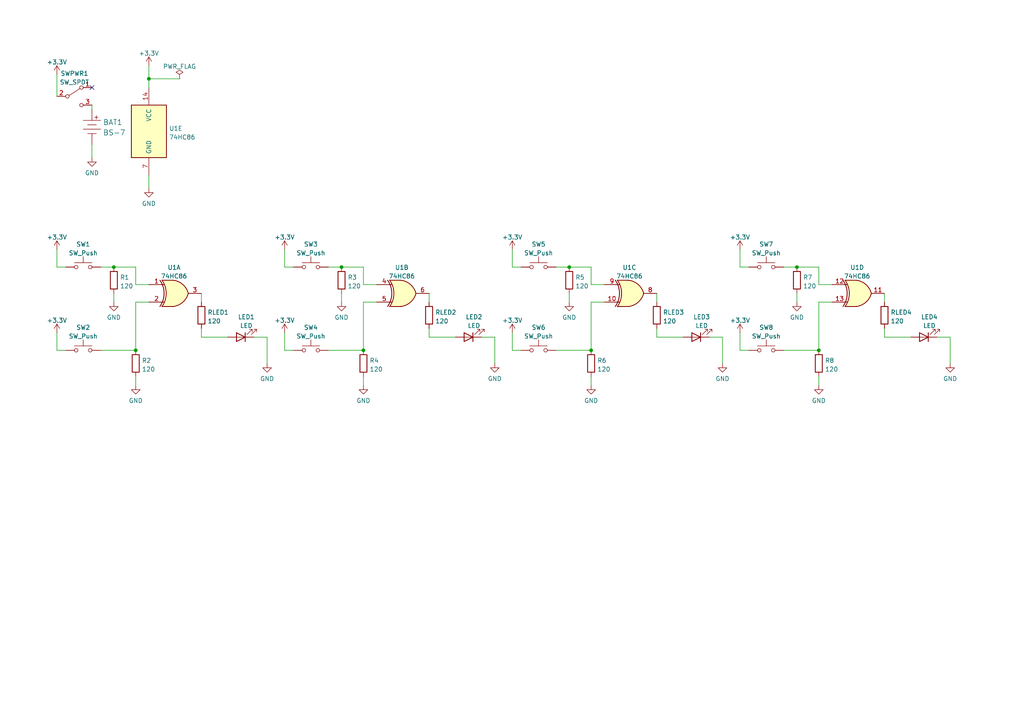
<source format=kicad_sch>
(kicad_sch (version 20211123) (generator eeschema)

  (uuid ebfd9c02-f33d-45b4-b074-22888b186a80)

  (paper "A4")

  (title_block
    (title "Quad XOR Gate Toy")
    (date "06/06/2023")
    (rev "v01")
    (company "N/A")
  )

  (lib_symbols
    (symbol "74xx:74HC86" (pin_names (offset 1.016)) (in_bom yes) (on_board yes)
      (property "Reference" "U" (id 0) (at 0 1.27 0)
        (effects (font (size 1.27 1.27)))
      )
      (property "Value" "74HC86" (id 1) (at 0 -1.27 0)
        (effects (font (size 1.27 1.27)))
      )
      (property "Footprint" "" (id 2) (at 0 0 0)
        (effects (font (size 1.27 1.27)) hide)
      )
      (property "Datasheet" "http://www.ti.com/lit/gpn/sn74HC86" (id 3) (at 0 0 0)
        (effects (font (size 1.27 1.27)) hide)
      )
      (property "ki_locked" "" (id 4) (at 0 0 0)
        (effects (font (size 1.27 1.27)))
      )
      (property "ki_keywords" "TTL XOR2" (id 5) (at 0 0 0)
        (effects (font (size 1.27 1.27)) hide)
      )
      (property "ki_description" "Quad 2-input XOR" (id 6) (at 0 0 0)
        (effects (font (size 1.27 1.27)) hide)
      )
      (property "ki_fp_filters" "DIP*W7.62mm*" (id 7) (at 0 0 0)
        (effects (font (size 1.27 1.27)) hide)
      )
      (symbol "74HC86_1_0"
        (arc (start -4.4196 -3.81) (mid -3.2033 0) (end -4.4196 3.81)
          (stroke (width 0.254) (type default) (color 0 0 0 0))
          (fill (type none))
        )
        (arc (start -3.81 -3.81) (mid -2.589 0) (end -3.81 3.81)
          (stroke (width 0.254) (type default) (color 0 0 0 0))
          (fill (type none))
        )
        (arc (start -0.6096 -3.81) (mid 2.1842 -2.5851) (end 3.81 0)
          (stroke (width 0.254) (type default) (color 0 0 0 0))
          (fill (type background))
        )
        (polyline
          (pts
            (xy -3.81 -3.81)
            (xy -0.635 -3.81)
          )
          (stroke (width 0.254) (type default) (color 0 0 0 0))
          (fill (type background))
        )
        (polyline
          (pts
            (xy -3.81 3.81)
            (xy -0.635 3.81)
          )
          (stroke (width 0.254) (type default) (color 0 0 0 0))
          (fill (type background))
        )
        (polyline
          (pts
            (xy -0.635 3.81)
            (xy -3.81 3.81)
            (xy -3.81 3.81)
            (xy -3.556 3.4036)
            (xy -3.0226 2.2606)
            (xy -2.6924 1.0414)
            (xy -2.6162 -0.254)
            (xy -2.7686 -1.4986)
            (xy -3.175 -2.7178)
            (xy -3.81 -3.81)
            (xy -3.81 -3.81)
            (xy -0.635 -3.81)
          )
          (stroke (width -25.4) (type default) (color 0 0 0 0))
          (fill (type background))
        )
        (arc (start 3.81 0) (mid 2.1915 2.5936) (end -0.6096 3.81)
          (stroke (width 0.254) (type default) (color 0 0 0 0))
          (fill (type background))
        )
        (pin input line (at -7.62 2.54 0) (length 4.445)
          (name "~" (effects (font (size 1.27 1.27))))
          (number "1" (effects (font (size 1.27 1.27))))
        )
        (pin input line (at -7.62 -2.54 0) (length 4.445)
          (name "~" (effects (font (size 1.27 1.27))))
          (number "2" (effects (font (size 1.27 1.27))))
        )
        (pin output line (at 7.62 0 180) (length 3.81)
          (name "~" (effects (font (size 1.27 1.27))))
          (number "3" (effects (font (size 1.27 1.27))))
        )
      )
      (symbol "74HC86_1_1"
        (polyline
          (pts
            (xy -3.81 -2.54)
            (xy -3.175 -2.54)
          )
          (stroke (width 0.1524) (type default) (color 0 0 0 0))
          (fill (type none))
        )
        (polyline
          (pts
            (xy -3.81 2.54)
            (xy -3.175 2.54)
          )
          (stroke (width 0.1524) (type default) (color 0 0 0 0))
          (fill (type none))
        )
      )
      (symbol "74HC86_2_0"
        (arc (start -4.4196 -3.81) (mid -3.2033 0) (end -4.4196 3.81)
          (stroke (width 0.254) (type default) (color 0 0 0 0))
          (fill (type none))
        )
        (arc (start -3.81 -3.81) (mid -2.589 0) (end -3.81 3.81)
          (stroke (width 0.254) (type default) (color 0 0 0 0))
          (fill (type none))
        )
        (arc (start -0.6096 -3.81) (mid 2.1842 -2.5851) (end 3.81 0)
          (stroke (width 0.254) (type default) (color 0 0 0 0))
          (fill (type background))
        )
        (polyline
          (pts
            (xy -3.81 -3.81)
            (xy -0.635 -3.81)
          )
          (stroke (width 0.254) (type default) (color 0 0 0 0))
          (fill (type background))
        )
        (polyline
          (pts
            (xy -3.81 3.81)
            (xy -0.635 3.81)
          )
          (stroke (width 0.254) (type default) (color 0 0 0 0))
          (fill (type background))
        )
        (polyline
          (pts
            (xy -0.635 3.81)
            (xy -3.81 3.81)
            (xy -3.81 3.81)
            (xy -3.556 3.4036)
            (xy -3.0226 2.2606)
            (xy -2.6924 1.0414)
            (xy -2.6162 -0.254)
            (xy -2.7686 -1.4986)
            (xy -3.175 -2.7178)
            (xy -3.81 -3.81)
            (xy -3.81 -3.81)
            (xy -0.635 -3.81)
          )
          (stroke (width -25.4) (type default) (color 0 0 0 0))
          (fill (type background))
        )
        (arc (start 3.81 0) (mid 2.1915 2.5936) (end -0.6096 3.81)
          (stroke (width 0.254) (type default) (color 0 0 0 0))
          (fill (type background))
        )
        (pin input line (at -7.62 2.54 0) (length 4.445)
          (name "~" (effects (font (size 1.27 1.27))))
          (number "4" (effects (font (size 1.27 1.27))))
        )
        (pin input line (at -7.62 -2.54 0) (length 4.445)
          (name "~" (effects (font (size 1.27 1.27))))
          (number "5" (effects (font (size 1.27 1.27))))
        )
        (pin output line (at 7.62 0 180) (length 3.81)
          (name "~" (effects (font (size 1.27 1.27))))
          (number "6" (effects (font (size 1.27 1.27))))
        )
      )
      (symbol "74HC86_2_1"
        (polyline
          (pts
            (xy -3.81 -2.54)
            (xy -3.175 -2.54)
          )
          (stroke (width 0.1524) (type default) (color 0 0 0 0))
          (fill (type none))
        )
        (polyline
          (pts
            (xy -3.81 2.54)
            (xy -3.175 2.54)
          )
          (stroke (width 0.1524) (type default) (color 0 0 0 0))
          (fill (type none))
        )
      )
      (symbol "74HC86_3_0"
        (arc (start -4.4196 -3.81) (mid -3.2033 0) (end -4.4196 3.81)
          (stroke (width 0.254) (type default) (color 0 0 0 0))
          (fill (type none))
        )
        (arc (start -3.81 -3.81) (mid -2.589 0) (end -3.81 3.81)
          (stroke (width 0.254) (type default) (color 0 0 0 0))
          (fill (type none))
        )
        (arc (start -0.6096 -3.81) (mid 2.1842 -2.5851) (end 3.81 0)
          (stroke (width 0.254) (type default) (color 0 0 0 0))
          (fill (type background))
        )
        (polyline
          (pts
            (xy -3.81 -3.81)
            (xy -0.635 -3.81)
          )
          (stroke (width 0.254) (type default) (color 0 0 0 0))
          (fill (type background))
        )
        (polyline
          (pts
            (xy -3.81 3.81)
            (xy -0.635 3.81)
          )
          (stroke (width 0.254) (type default) (color 0 0 0 0))
          (fill (type background))
        )
        (polyline
          (pts
            (xy -0.635 3.81)
            (xy -3.81 3.81)
            (xy -3.81 3.81)
            (xy -3.556 3.4036)
            (xy -3.0226 2.2606)
            (xy -2.6924 1.0414)
            (xy -2.6162 -0.254)
            (xy -2.7686 -1.4986)
            (xy -3.175 -2.7178)
            (xy -3.81 -3.81)
            (xy -3.81 -3.81)
            (xy -0.635 -3.81)
          )
          (stroke (width -25.4) (type default) (color 0 0 0 0))
          (fill (type background))
        )
        (arc (start 3.81 0) (mid 2.1915 2.5936) (end -0.6096 3.81)
          (stroke (width 0.254) (type default) (color 0 0 0 0))
          (fill (type background))
        )
        (pin input line (at -7.62 -2.54 0) (length 4.445)
          (name "~" (effects (font (size 1.27 1.27))))
          (number "10" (effects (font (size 1.27 1.27))))
        )
        (pin output line (at 7.62 0 180) (length 3.81)
          (name "~" (effects (font (size 1.27 1.27))))
          (number "8" (effects (font (size 1.27 1.27))))
        )
        (pin input line (at -7.62 2.54 0) (length 4.445)
          (name "~" (effects (font (size 1.27 1.27))))
          (number "9" (effects (font (size 1.27 1.27))))
        )
      )
      (symbol "74HC86_3_1"
        (polyline
          (pts
            (xy -3.81 -2.54)
            (xy -3.175 -2.54)
          )
          (stroke (width 0.1524) (type default) (color 0 0 0 0))
          (fill (type none))
        )
        (polyline
          (pts
            (xy -3.81 2.54)
            (xy -3.175 2.54)
          )
          (stroke (width 0.1524) (type default) (color 0 0 0 0))
          (fill (type none))
        )
      )
      (symbol "74HC86_4_0"
        (arc (start -4.4196 -3.81) (mid -3.2033 0) (end -4.4196 3.81)
          (stroke (width 0.254) (type default) (color 0 0 0 0))
          (fill (type none))
        )
        (arc (start -3.81 -3.81) (mid -2.589 0) (end -3.81 3.81)
          (stroke (width 0.254) (type default) (color 0 0 0 0))
          (fill (type none))
        )
        (arc (start -0.6096 -3.81) (mid 2.1842 -2.5851) (end 3.81 0)
          (stroke (width 0.254) (type default) (color 0 0 0 0))
          (fill (type background))
        )
        (polyline
          (pts
            (xy -3.81 -3.81)
            (xy -0.635 -3.81)
          )
          (stroke (width 0.254) (type default) (color 0 0 0 0))
          (fill (type background))
        )
        (polyline
          (pts
            (xy -3.81 3.81)
            (xy -0.635 3.81)
          )
          (stroke (width 0.254) (type default) (color 0 0 0 0))
          (fill (type background))
        )
        (polyline
          (pts
            (xy -0.635 3.81)
            (xy -3.81 3.81)
            (xy -3.81 3.81)
            (xy -3.556 3.4036)
            (xy -3.0226 2.2606)
            (xy -2.6924 1.0414)
            (xy -2.6162 -0.254)
            (xy -2.7686 -1.4986)
            (xy -3.175 -2.7178)
            (xy -3.81 -3.81)
            (xy -3.81 -3.81)
            (xy -0.635 -3.81)
          )
          (stroke (width -25.4) (type default) (color 0 0 0 0))
          (fill (type background))
        )
        (arc (start 3.81 0) (mid 2.1915 2.5936) (end -0.6096 3.81)
          (stroke (width 0.254) (type default) (color 0 0 0 0))
          (fill (type background))
        )
        (pin output line (at 7.62 0 180) (length 3.81)
          (name "~" (effects (font (size 1.27 1.27))))
          (number "11" (effects (font (size 1.27 1.27))))
        )
        (pin input line (at -7.62 2.54 0) (length 4.445)
          (name "~" (effects (font (size 1.27 1.27))))
          (number "12" (effects (font (size 1.27 1.27))))
        )
        (pin input line (at -7.62 -2.54 0) (length 4.445)
          (name "~" (effects (font (size 1.27 1.27))))
          (number "13" (effects (font (size 1.27 1.27))))
        )
      )
      (symbol "74HC86_4_1"
        (polyline
          (pts
            (xy -3.81 -2.54)
            (xy -3.175 -2.54)
          )
          (stroke (width 0.1524) (type default) (color 0 0 0 0))
          (fill (type none))
        )
        (polyline
          (pts
            (xy -3.81 2.54)
            (xy -3.175 2.54)
          )
          (stroke (width 0.1524) (type default) (color 0 0 0 0))
          (fill (type none))
        )
      )
      (symbol "74HC86_5_0"
        (pin power_in line (at 0 12.7 270) (length 5.08)
          (name "VCC" (effects (font (size 1.27 1.27))))
          (number "14" (effects (font (size 1.27 1.27))))
        )
        (pin power_in line (at 0 -12.7 90) (length 5.08)
          (name "GND" (effects (font (size 1.27 1.27))))
          (number "7" (effects (font (size 1.27 1.27))))
        )
      )
      (symbol "74HC86_5_1"
        (rectangle (start -5.08 7.62) (end 5.08 -7.62)
          (stroke (width 0.254) (type default) (color 0 0 0 0))
          (fill (type background))
        )
      )
    )
    (symbol "Device:LED" (pin_numbers hide) (pin_names (offset 1.016) hide) (in_bom yes) (on_board yes)
      (property "Reference" "D" (id 0) (at 0 2.54 0)
        (effects (font (size 1.27 1.27)))
      )
      (property "Value" "LED" (id 1) (at 0 -2.54 0)
        (effects (font (size 1.27 1.27)))
      )
      (property "Footprint" "" (id 2) (at 0 0 0)
        (effects (font (size 1.27 1.27)) hide)
      )
      (property "Datasheet" "~" (id 3) (at 0 0 0)
        (effects (font (size 1.27 1.27)) hide)
      )
      (property "ki_keywords" "LED diode" (id 4) (at 0 0 0)
        (effects (font (size 1.27 1.27)) hide)
      )
      (property "ki_description" "Light emitting diode" (id 5) (at 0 0 0)
        (effects (font (size 1.27 1.27)) hide)
      )
      (property "ki_fp_filters" "LED* LED_SMD:* LED_THT:*" (id 6) (at 0 0 0)
        (effects (font (size 1.27 1.27)) hide)
      )
      (symbol "LED_0_1"
        (polyline
          (pts
            (xy -1.27 -1.27)
            (xy -1.27 1.27)
          )
          (stroke (width 0.254) (type default) (color 0 0 0 0))
          (fill (type none))
        )
        (polyline
          (pts
            (xy -1.27 0)
            (xy 1.27 0)
          )
          (stroke (width 0) (type default) (color 0 0 0 0))
          (fill (type none))
        )
        (polyline
          (pts
            (xy 1.27 -1.27)
            (xy 1.27 1.27)
            (xy -1.27 0)
            (xy 1.27 -1.27)
          )
          (stroke (width 0.254) (type default) (color 0 0 0 0))
          (fill (type none))
        )
        (polyline
          (pts
            (xy -3.048 -0.762)
            (xy -4.572 -2.286)
            (xy -3.81 -2.286)
            (xy -4.572 -2.286)
            (xy -4.572 -1.524)
          )
          (stroke (width 0) (type default) (color 0 0 0 0))
          (fill (type none))
        )
        (polyline
          (pts
            (xy -1.778 -0.762)
            (xy -3.302 -2.286)
            (xy -2.54 -2.286)
            (xy -3.302 -2.286)
            (xy -3.302 -1.524)
          )
          (stroke (width 0) (type default) (color 0 0 0 0))
          (fill (type none))
        )
      )
      (symbol "LED_1_1"
        (pin passive line (at -3.81 0 0) (length 2.54)
          (name "K" (effects (font (size 1.27 1.27))))
          (number "1" (effects (font (size 1.27 1.27))))
        )
        (pin passive line (at 3.81 0 180) (length 2.54)
          (name "A" (effects (font (size 1.27 1.27))))
          (number "2" (effects (font (size 1.27 1.27))))
        )
      )
    )
    (symbol "Device:R" (pin_numbers hide) (pin_names (offset 0)) (in_bom yes) (on_board yes)
      (property "Reference" "R" (id 0) (at 2.032 0 90)
        (effects (font (size 1.27 1.27)))
      )
      (property "Value" "R" (id 1) (at 0 0 90)
        (effects (font (size 1.27 1.27)))
      )
      (property "Footprint" "" (id 2) (at -1.778 0 90)
        (effects (font (size 1.27 1.27)) hide)
      )
      (property "Datasheet" "~" (id 3) (at 0 0 0)
        (effects (font (size 1.27 1.27)) hide)
      )
      (property "ki_keywords" "R res resistor" (id 4) (at 0 0 0)
        (effects (font (size 1.27 1.27)) hide)
      )
      (property "ki_description" "Resistor" (id 5) (at 0 0 0)
        (effects (font (size 1.27 1.27)) hide)
      )
      (property "ki_fp_filters" "R_*" (id 6) (at 0 0 0)
        (effects (font (size 1.27 1.27)) hide)
      )
      (symbol "R_0_1"
        (rectangle (start -1.016 -2.54) (end 1.016 2.54)
          (stroke (width 0.254) (type default) (color 0 0 0 0))
          (fill (type none))
        )
      )
      (symbol "R_1_1"
        (pin passive line (at 0 3.81 270) (length 1.27)
          (name "~" (effects (font (size 1.27 1.27))))
          (number "1" (effects (font (size 1.27 1.27))))
        )
        (pin passive line (at 0 -3.81 90) (length 1.27)
          (name "~" (effects (font (size 1.27 1.27))))
          (number "2" (effects (font (size 1.27 1.27))))
        )
      )
    )
    (symbol "Switch:SW_Push" (pin_numbers hide) (pin_names (offset 1.016) hide) (in_bom yes) (on_board yes)
      (property "Reference" "SW" (id 0) (at 1.27 2.54 0)
        (effects (font (size 1.27 1.27)) (justify left))
      )
      (property "Value" "SW_Push" (id 1) (at 0 -1.524 0)
        (effects (font (size 1.27 1.27)))
      )
      (property "Footprint" "" (id 2) (at 0 5.08 0)
        (effects (font (size 1.27 1.27)) hide)
      )
      (property "Datasheet" "~" (id 3) (at 0 5.08 0)
        (effects (font (size 1.27 1.27)) hide)
      )
      (property "ki_keywords" "switch normally-open pushbutton push-button" (id 4) (at 0 0 0)
        (effects (font (size 1.27 1.27)) hide)
      )
      (property "ki_description" "Push button switch, generic, two pins" (id 5) (at 0 0 0)
        (effects (font (size 1.27 1.27)) hide)
      )
      (symbol "SW_Push_0_1"
        (circle (center -2.032 0) (radius 0.508)
          (stroke (width 0) (type default) (color 0 0 0 0))
          (fill (type none))
        )
        (polyline
          (pts
            (xy 0 1.27)
            (xy 0 3.048)
          )
          (stroke (width 0) (type default) (color 0 0 0 0))
          (fill (type none))
        )
        (polyline
          (pts
            (xy 2.54 1.27)
            (xy -2.54 1.27)
          )
          (stroke (width 0) (type default) (color 0 0 0 0))
          (fill (type none))
        )
        (circle (center 2.032 0) (radius 0.508)
          (stroke (width 0) (type default) (color 0 0 0 0))
          (fill (type none))
        )
        (pin passive line (at -5.08 0 0) (length 2.54)
          (name "1" (effects (font (size 1.27 1.27))))
          (number "1" (effects (font (size 1.27 1.27))))
        )
        (pin passive line (at 5.08 0 180) (length 2.54)
          (name "2" (effects (font (size 1.27 1.27))))
          (number "2" (effects (font (size 1.27 1.27))))
        )
      )
    )
    (symbol "Switch:SW_SPDT" (pin_names (offset 0) hide) (in_bom yes) (on_board yes)
      (property "Reference" "SW" (id 0) (at 0 4.318 0)
        (effects (font (size 1.27 1.27)))
      )
      (property "Value" "SW_SPDT" (id 1) (at 0 -5.08 0)
        (effects (font (size 1.27 1.27)))
      )
      (property "Footprint" "" (id 2) (at 0 0 0)
        (effects (font (size 1.27 1.27)) hide)
      )
      (property "Datasheet" "~" (id 3) (at 0 0 0)
        (effects (font (size 1.27 1.27)) hide)
      )
      (property "ki_keywords" "switch single-pole double-throw spdt ON-ON" (id 4) (at 0 0 0)
        (effects (font (size 1.27 1.27)) hide)
      )
      (property "ki_description" "Switch, single pole double throw" (id 5) (at 0 0 0)
        (effects (font (size 1.27 1.27)) hide)
      )
      (symbol "SW_SPDT_0_0"
        (circle (center -2.032 0) (radius 0.508)
          (stroke (width 0) (type default) (color 0 0 0 0))
          (fill (type none))
        )
        (circle (center 2.032 -2.54) (radius 0.508)
          (stroke (width 0) (type default) (color 0 0 0 0))
          (fill (type none))
        )
      )
      (symbol "SW_SPDT_0_1"
        (polyline
          (pts
            (xy -1.524 0.254)
            (xy 1.651 2.286)
          )
          (stroke (width 0) (type default) (color 0 0 0 0))
          (fill (type none))
        )
        (circle (center 2.032 2.54) (radius 0.508)
          (stroke (width 0) (type default) (color 0 0 0 0))
          (fill (type none))
        )
      )
      (symbol "SW_SPDT_1_1"
        (pin passive line (at 5.08 2.54 180) (length 2.54)
          (name "A" (effects (font (size 1.27 1.27))))
          (number "1" (effects (font (size 1.27 1.27))))
        )
        (pin passive line (at -5.08 0 0) (length 2.54)
          (name "B" (effects (font (size 1.27 1.27))))
          (number "2" (effects (font (size 1.27 1.27))))
        )
        (pin passive line (at 5.08 -2.54 180) (length 2.54)
          (name "C" (effects (font (size 1.27 1.27))))
          (number "3" (effects (font (size 1.27 1.27))))
        )
      )
    )
    (symbol "dk_Battery-Holders-Clips-Contacts:BS-7" (pin_numbers hide) (pin_names (offset 1.016)) (in_bom yes) (on_board yes)
      (property "Reference" "BAT" (id 0) (at -1.27 3.81 0)
        (effects (font (size 1.524 1.524)) (justify right))
      )
      (property "Value" "BS-7" (id 1) (at -1.27 -3.81 0)
        (effects (font (size 1.524 1.524)) (justify right))
      )
      (property "Footprint" "digikey-footprints:Battery_Holder_Coin_2032_BS-7" (id 2) (at 5.08 5.08 0)
        (effects (font (size 1.524 1.524)) (justify left) hide)
      )
      (property "Datasheet" "http://www.memoryprotectiondevices.com/datasheets/BS-7-datasheet.pdf" (id 3) (at 5.08 7.62 90)
        (effects (font (size 1.524 1.524)) (justify left) hide)
      )
      (property "Digi-Key_PN" "BS-7-ND" (id 4) (at 5.08 10.16 0)
        (effects (font (size 1.524 1.524)) (justify left) hide)
      )
      (property "MPN" "BS-7" (id 5) (at 5.08 12.7 0)
        (effects (font (size 1.524 1.524)) (justify left) hide)
      )
      (property "Category" "Battery Products" (id 6) (at 5.08 15.24 0)
        (effects (font (size 1.524 1.524)) (justify left) hide)
      )
      (property "Family" "Battery Holders, Clips, Contacts" (id 7) (at 5.08 17.78 0)
        (effects (font (size 1.524 1.524)) (justify left) hide)
      )
      (property "DK_Datasheet_Link" "http://www.memoryprotectiondevices.com/datasheets/BS-7-datasheet.pdf" (id 8) (at 5.08 20.32 0)
        (effects (font (size 1.524 1.524)) (justify left) hide)
      )
      (property "DK_Detail_Page" "/product-detail/en/mpd-memory-protection-devices/BS-7/BS-7-ND/389447" (id 9) (at 5.08 22.86 0)
        (effects (font (size 1.524 1.524)) (justify left) hide)
      )
      (property "Description" "BATTERY HOLDER COIN 20MM PC PIN" (id 10) (at 5.08 25.4 0)
        (effects (font (size 1.524 1.524)) (justify left) hide)
      )
      (property "Manufacturer" "MPD (Memory Protection Devices)" (id 11) (at 5.08 27.94 0)
        (effects (font (size 1.524 1.524)) (justify left) hide)
      )
      (property "Status" "Active" (id 12) (at 5.08 30.48 0)
        (effects (font (size 1.524 1.524)) (justify left) hide)
      )
      (property "ki_keywords" "BS-7-ND" (id 13) (at 0 0 0)
        (effects (font (size 1.27 1.27)) hide)
      )
      (property "ki_description" "BATTERY HOLDER COIN 20MM PC PIN" (id 14) (at 0 0 0)
        (effects (font (size 1.27 1.27)) hide)
      )
      (symbol "BS-7_1_1"
        (polyline
          (pts
            (xy 0 -2.54)
            (xy 0 -1.905)
          )
          (stroke (width 0) (type default) (color 0 0 0 0))
          (fill (type none))
        )
        (polyline
          (pts
            (xy 0 1.905)
            (xy 0 2.54)
          )
          (stroke (width 0) (type default) (color 0 0 0 0))
          (fill (type none))
        )
        (polyline
          (pts
            (xy 1.27 -1.905)
            (xy -1.27 -1.905)
          )
          (stroke (width 0) (type default) (color 0 0 0 0))
          (fill (type none))
        )
        (polyline
          (pts
            (xy 1.27 0.635)
            (xy -1.27 0.635)
          )
          (stroke (width 0) (type default) (color 0 0 0 0))
          (fill (type none))
        )
        (polyline
          (pts
            (xy 1.27 2.286)
            (xy 1.27 3.302)
          )
          (stroke (width 0) (type default) (color 0 0 0 0))
          (fill (type none))
        )
        (polyline
          (pts
            (xy 1.778 2.794)
            (xy 0.762 2.794)
          )
          (stroke (width 0) (type default) (color 0 0 0 0))
          (fill (type none))
        )
        (polyline
          (pts
            (xy 2.54 -0.635)
            (xy -2.54 -0.635)
          )
          (stroke (width 0) (type default) (color 0 0 0 0))
          (fill (type none))
        )
        (polyline
          (pts
            (xy 2.54 1.905)
            (xy -2.54 1.905)
          )
          (stroke (width 0) (type default) (color 0 0 0 0))
          (fill (type none))
        )
        (pin power_out line (at 0 -5.08 90) (length 2.54)
          (name "~" (effects (font (size 1.27 1.27))))
          (number "Neg" (effects (font (size 1.27 1.27))))
        )
        (pin power_out line (at 0 5.08 270) (length 2.54)
          (name "~" (effects (font (size 1.27 1.27))))
          (number "Pos" (effects (font (size 1.27 1.27))))
        )
      )
    )
    (symbol "power:+3.3V" (power) (pin_names (offset 0)) (in_bom yes) (on_board yes)
      (property "Reference" "#PWR" (id 0) (at 0 -3.81 0)
        (effects (font (size 1.27 1.27)) hide)
      )
      (property "Value" "+3.3V" (id 1) (at 0 3.556 0)
        (effects (font (size 1.27 1.27)))
      )
      (property "Footprint" "" (id 2) (at 0 0 0)
        (effects (font (size 1.27 1.27)) hide)
      )
      (property "Datasheet" "" (id 3) (at 0 0 0)
        (effects (font (size 1.27 1.27)) hide)
      )
      (property "ki_keywords" "global power" (id 4) (at 0 0 0)
        (effects (font (size 1.27 1.27)) hide)
      )
      (property "ki_description" "Power symbol creates a global label with name \"+3.3V\"" (id 5) (at 0 0 0)
        (effects (font (size 1.27 1.27)) hide)
      )
      (symbol "+3.3V_0_1"
        (polyline
          (pts
            (xy -0.762 1.27)
            (xy 0 2.54)
          )
          (stroke (width 0) (type default) (color 0 0 0 0))
          (fill (type none))
        )
        (polyline
          (pts
            (xy 0 0)
            (xy 0 2.54)
          )
          (stroke (width 0) (type default) (color 0 0 0 0))
          (fill (type none))
        )
        (polyline
          (pts
            (xy 0 2.54)
            (xy 0.762 1.27)
          )
          (stroke (width 0) (type default) (color 0 0 0 0))
          (fill (type none))
        )
      )
      (symbol "+3.3V_1_1"
        (pin power_in line (at 0 0 90) (length 0) hide
          (name "+3.3V" (effects (font (size 1.27 1.27))))
          (number "1" (effects (font (size 1.27 1.27))))
        )
      )
    )
    (symbol "power:GND" (power) (pin_names (offset 0)) (in_bom yes) (on_board yes)
      (property "Reference" "#PWR" (id 0) (at 0 -6.35 0)
        (effects (font (size 1.27 1.27)) hide)
      )
      (property "Value" "GND" (id 1) (at 0 -3.81 0)
        (effects (font (size 1.27 1.27)))
      )
      (property "Footprint" "" (id 2) (at 0 0 0)
        (effects (font (size 1.27 1.27)) hide)
      )
      (property "Datasheet" "" (id 3) (at 0 0 0)
        (effects (font (size 1.27 1.27)) hide)
      )
      (property "ki_keywords" "global power" (id 4) (at 0 0 0)
        (effects (font (size 1.27 1.27)) hide)
      )
      (property "ki_description" "Power symbol creates a global label with name \"GND\" , ground" (id 5) (at 0 0 0)
        (effects (font (size 1.27 1.27)) hide)
      )
      (symbol "GND_0_1"
        (polyline
          (pts
            (xy 0 0)
            (xy 0 -1.27)
            (xy 1.27 -1.27)
            (xy 0 -2.54)
            (xy -1.27 -1.27)
            (xy 0 -1.27)
          )
          (stroke (width 0) (type default) (color 0 0 0 0))
          (fill (type none))
        )
      )
      (symbol "GND_1_1"
        (pin power_in line (at 0 0 270) (length 0) hide
          (name "GND" (effects (font (size 1.27 1.27))))
          (number "1" (effects (font (size 1.27 1.27))))
        )
      )
    )
    (symbol "power:PWR_FLAG" (power) (pin_numbers hide) (pin_names (offset 0) hide) (in_bom yes) (on_board yes)
      (property "Reference" "#FLG" (id 0) (at 0 1.905 0)
        (effects (font (size 1.27 1.27)) hide)
      )
      (property "Value" "PWR_FLAG" (id 1) (at 0 3.81 0)
        (effects (font (size 1.27 1.27)))
      )
      (property "Footprint" "" (id 2) (at 0 0 0)
        (effects (font (size 1.27 1.27)) hide)
      )
      (property "Datasheet" "~" (id 3) (at 0 0 0)
        (effects (font (size 1.27 1.27)) hide)
      )
      (property "ki_keywords" "flag power" (id 4) (at 0 0 0)
        (effects (font (size 1.27 1.27)) hide)
      )
      (property "ki_description" "Special symbol for telling ERC where power comes from" (id 5) (at 0 0 0)
        (effects (font (size 1.27 1.27)) hide)
      )
      (symbol "PWR_FLAG_0_0"
        (pin power_out line (at 0 0 90) (length 0)
          (name "pwr" (effects (font (size 1.27 1.27))))
          (number "1" (effects (font (size 1.27 1.27))))
        )
      )
      (symbol "PWR_FLAG_0_1"
        (polyline
          (pts
            (xy 0 0)
            (xy 0 1.27)
            (xy -1.016 1.905)
            (xy 0 2.54)
            (xy 1.016 1.905)
            (xy 0 1.27)
          )
          (stroke (width 0) (type default) (color 0 0 0 0))
          (fill (type none))
        )
      )
    )
  )

  (junction (at 237.49 101.6) (diameter 0) (color 0 0 0 0)
    (uuid 107ee734-f9b2-453f-9393-cf7ab0988065)
  )
  (junction (at 39.37 101.6) (diameter 0) (color 0 0 0 0)
    (uuid 2514cb28-eb6d-4ff9-b8c8-a9dd687c0156)
  )
  (junction (at 165.1 77.47) (diameter 0) (color 0 0 0 0)
    (uuid 4054c341-e1cd-43a5-9918-cb7c2026121f)
  )
  (junction (at 171.45 101.6) (diameter 0) (color 0 0 0 0)
    (uuid 477b212e-5ad7-4fb4-ac31-001661072498)
  )
  (junction (at 33.02 77.47) (diameter 0) (color 0 0 0 0)
    (uuid 51931ad9-9f90-405a-941e-2b5197bda5ba)
  )
  (junction (at 99.06 77.47) (diameter 0) (color 0 0 0 0)
    (uuid 71dcfc2a-903b-4b3f-b9e7-f7d2f0b9312c)
  )
  (junction (at 105.41 101.6) (diameter 0) (color 0 0 0 0)
    (uuid 91352d12-24de-4cc6-9893-5e5b7fff0df1)
  )
  (junction (at 43.18 22.86) (diameter 0) (color 0 0 0 0)
    (uuid c900f035-90f0-43c9-8bfc-d4324f68537a)
  )
  (junction (at 231.14 77.47) (diameter 0) (color 0 0 0 0)
    (uuid e138c632-d9a1-4319-9eb2-642e431053f3)
  )

  (no_connect (at 26.67 25.4) (uuid 6a669b8c-d904-4f7f-bc9c-fa949af06402))

  (wire (pts (xy 214.63 101.6) (xy 217.17 101.6))
    (stroke (width 0) (type default) (color 0 0 0 0))
    (uuid 014230e9-81ca-4678-a099-4726c5dea8b0)
  )
  (wire (pts (xy 271.78 97.79) (xy 275.59 97.79))
    (stroke (width 0) (type default) (color 0 0 0 0))
    (uuid 016351e1-3508-4f07-ad89-a06f6c7eacdb)
  )
  (wire (pts (xy 16.51 77.47) (xy 19.05 77.47))
    (stroke (width 0) (type default) (color 0 0 0 0))
    (uuid 01fdbaa2-a325-4ea9-b17c-860dfe5ba34f)
  )
  (wire (pts (xy 237.49 109.22) (xy 237.49 111.76))
    (stroke (width 0) (type default) (color 0 0 0 0))
    (uuid 07594991-2042-4a6c-b410-42f88a5bae35)
  )
  (wire (pts (xy 29.21 77.47) (xy 33.02 77.47))
    (stroke (width 0) (type default) (color 0 0 0 0))
    (uuid 0777dfdf-fa2f-4aa9-9a10-41f8e8cb9f8a)
  )
  (wire (pts (xy 39.37 109.22) (xy 39.37 111.76))
    (stroke (width 0) (type default) (color 0 0 0 0))
    (uuid 100586ea-8304-4125-b745-d597f5fd64a8)
  )
  (wire (pts (xy 105.41 82.55) (xy 109.22 82.55))
    (stroke (width 0) (type default) (color 0 0 0 0))
    (uuid 18cc4f40-6019-45f1-be5d-ecf714f09915)
  )
  (wire (pts (xy 82.55 101.6) (xy 85.09 101.6))
    (stroke (width 0) (type default) (color 0 0 0 0))
    (uuid 1a42d0f5-1a58-4e58-8ac8-e603c275b1a9)
  )
  (wire (pts (xy 39.37 87.63) (xy 39.37 101.6))
    (stroke (width 0) (type default) (color 0 0 0 0))
    (uuid 29c675b6-4bb5-4084-9e97-975e2532629a)
  )
  (wire (pts (xy 227.33 77.47) (xy 231.14 77.47))
    (stroke (width 0) (type default) (color 0 0 0 0))
    (uuid 2ba4bc9b-f336-4571-943b-4733b7803fac)
  )
  (wire (pts (xy 99.06 77.47) (xy 105.41 77.47))
    (stroke (width 0) (type default) (color 0 0 0 0))
    (uuid 2bdff29d-b23e-4942-a5e5-97ffc0bda402)
  )
  (wire (pts (xy 237.49 77.47) (xy 237.49 82.55))
    (stroke (width 0) (type default) (color 0 0 0 0))
    (uuid 2bf6b8c3-0793-4f45-9dfc-77159c118a97)
  )
  (wire (pts (xy 231.14 85.09) (xy 231.14 87.63))
    (stroke (width 0) (type default) (color 0 0 0 0))
    (uuid 2d1fb696-e639-40f3-98f3-938345629741)
  )
  (wire (pts (xy 237.49 82.55) (xy 241.3 82.55))
    (stroke (width 0) (type default) (color 0 0 0 0))
    (uuid 32f14ffc-a41e-4ada-b9a6-f823001d4d49)
  )
  (wire (pts (xy 105.41 87.63) (xy 105.41 101.6))
    (stroke (width 0) (type default) (color 0 0 0 0))
    (uuid 34ee9ddf-d8af-4cac-a255-aaa1367e5d94)
  )
  (wire (pts (xy 43.18 19.05) (xy 43.18 22.86))
    (stroke (width 0) (type default) (color 0 0 0 0))
    (uuid 3945bd06-f6a4-4b6d-9d6e-002740e2300e)
  )
  (wire (pts (xy 237.49 87.63) (xy 241.3 87.63))
    (stroke (width 0) (type default) (color 0 0 0 0))
    (uuid 39882742-975d-4b92-b577-ed528ae79c1e)
  )
  (wire (pts (xy 275.59 97.79) (xy 275.59 105.41))
    (stroke (width 0) (type default) (color 0 0 0 0))
    (uuid 45b9406e-922e-4af5-b682-dff20b3a849d)
  )
  (wire (pts (xy 214.63 72.39) (xy 214.63 77.47))
    (stroke (width 0) (type default) (color 0 0 0 0))
    (uuid 47f6a681-596a-4230-a855-ad757ae0803d)
  )
  (wire (pts (xy 58.42 95.25) (xy 58.42 97.79))
    (stroke (width 0) (type default) (color 0 0 0 0))
    (uuid 495f4b60-016e-4c0a-b77d-756fb3a147be)
  )
  (wire (pts (xy 16.51 72.39) (xy 16.51 77.47))
    (stroke (width 0) (type default) (color 0 0 0 0))
    (uuid 4a62e156-a1ee-438e-9aaa-5c68b506cd11)
  )
  (wire (pts (xy 43.18 22.86) (xy 43.18 25.4))
    (stroke (width 0) (type default) (color 0 0 0 0))
    (uuid 4bb423a1-f5f7-430b-ab94-6bf417268c1b)
  )
  (wire (pts (xy 95.25 101.6) (xy 105.41 101.6))
    (stroke (width 0) (type default) (color 0 0 0 0))
    (uuid 4c2780ae-19bf-4796-943e-c5ac68cbb798)
  )
  (wire (pts (xy 139.7 97.79) (xy 143.51 97.79))
    (stroke (width 0) (type default) (color 0 0 0 0))
    (uuid 4c9d7533-5bb2-4d70-b960-f8f178451c08)
  )
  (wire (pts (xy 227.33 101.6) (xy 237.49 101.6))
    (stroke (width 0) (type default) (color 0 0 0 0))
    (uuid 4ca5dfca-52e8-43d7-89f8-75caed1b7601)
  )
  (wire (pts (xy 33.02 85.09) (xy 33.02 87.63))
    (stroke (width 0) (type default) (color 0 0 0 0))
    (uuid 50de30c1-839a-4c39-b2b6-370bef1b2f28)
  )
  (wire (pts (xy 190.5 97.79) (xy 198.12 97.79))
    (stroke (width 0) (type default) (color 0 0 0 0))
    (uuid 5353f570-e117-4416-8195-38015d0c7840)
  )
  (wire (pts (xy 171.45 87.63) (xy 171.45 101.6))
    (stroke (width 0) (type default) (color 0 0 0 0))
    (uuid 5552ed56-eb4d-4318-aed6-4c21c3e1b690)
  )
  (wire (pts (xy 124.46 85.09) (xy 124.46 87.63))
    (stroke (width 0) (type default) (color 0 0 0 0))
    (uuid 5646754c-27c2-4160-bf35-e5a3e9be365b)
  )
  (wire (pts (xy 105.41 77.47) (xy 105.41 82.55))
    (stroke (width 0) (type default) (color 0 0 0 0))
    (uuid 5e14e1a1-59ff-4226-88e6-69a9175e5e20)
  )
  (wire (pts (xy 39.37 82.55) (xy 43.18 82.55))
    (stroke (width 0) (type default) (color 0 0 0 0))
    (uuid 60742cfc-d98f-4957-87d3-445c24c2dd52)
  )
  (wire (pts (xy 161.29 77.47) (xy 165.1 77.47))
    (stroke (width 0) (type default) (color 0 0 0 0))
    (uuid 610c30cf-2883-473d-a940-fe09a8a0ad3e)
  )
  (wire (pts (xy 16.51 96.52) (xy 16.51 101.6))
    (stroke (width 0) (type default) (color 0 0 0 0))
    (uuid 61e69172-d6cd-456e-9c0e-ce6737f06caa)
  )
  (wire (pts (xy 39.37 87.63) (xy 43.18 87.63))
    (stroke (width 0) (type default) (color 0 0 0 0))
    (uuid 6879a263-759b-45a4-9b9b-95ffffa0ecc3)
  )
  (wire (pts (xy 73.66 97.79) (xy 77.47 97.79))
    (stroke (width 0) (type default) (color 0 0 0 0))
    (uuid 6d6d49ff-49a3-44c9-9974-15e3a4491a81)
  )
  (wire (pts (xy 39.37 77.47) (xy 39.37 82.55))
    (stroke (width 0) (type default) (color 0 0 0 0))
    (uuid 722b28ba-2366-48d8-b3ce-4a920163db0c)
  )
  (wire (pts (xy 171.45 77.47) (xy 171.45 82.55))
    (stroke (width 0) (type default) (color 0 0 0 0))
    (uuid 7a370c18-f1f9-4d20-8e0c-aed68bea6e6e)
  )
  (wire (pts (xy 58.42 97.79) (xy 66.04 97.79))
    (stroke (width 0) (type default) (color 0 0 0 0))
    (uuid 7cc301b3-ade3-4f35-b084-b81828d87c21)
  )
  (wire (pts (xy 16.51 21.59) (xy 16.51 27.94))
    (stroke (width 0) (type default) (color 0 0 0 0))
    (uuid 7d254774-e30e-4787-84c7-3da7ba7ed110)
  )
  (wire (pts (xy 143.51 97.79) (xy 143.51 105.41))
    (stroke (width 0) (type default) (color 0 0 0 0))
    (uuid 7e9d8c90-3000-4a8c-a499-070086f22272)
  )
  (wire (pts (xy 237.49 87.63) (xy 237.49 101.6))
    (stroke (width 0) (type default) (color 0 0 0 0))
    (uuid 83ffc572-d14f-4432-88e4-d46b2abeae83)
  )
  (wire (pts (xy 29.21 101.6) (xy 39.37 101.6))
    (stroke (width 0) (type default) (color 0 0 0 0))
    (uuid 858596f1-5f5e-4f87-903a-044b79085796)
  )
  (wire (pts (xy 165.1 85.09) (xy 165.1 87.63))
    (stroke (width 0) (type default) (color 0 0 0 0))
    (uuid 8795ad37-f1fe-42a0-8c8c-d644087e5550)
  )
  (wire (pts (xy 148.59 72.39) (xy 148.59 77.47))
    (stroke (width 0) (type default) (color 0 0 0 0))
    (uuid 88bc7311-5168-4dff-bf22-d1f4befc7eb6)
  )
  (wire (pts (xy 209.55 97.79) (xy 209.55 105.41))
    (stroke (width 0) (type default) (color 0 0 0 0))
    (uuid 92315612-8dd0-4f49-ab23-ed0d46e80a64)
  )
  (wire (pts (xy 256.54 95.25) (xy 256.54 97.79))
    (stroke (width 0) (type default) (color 0 0 0 0))
    (uuid 99520980-d038-458d-9fef-01ac8dad527b)
  )
  (wire (pts (xy 16.51 101.6) (xy 19.05 101.6))
    (stroke (width 0) (type default) (color 0 0 0 0))
    (uuid 9ac1abff-1f96-4327-a656-57a3e24bd28f)
  )
  (wire (pts (xy 105.41 87.63) (xy 109.22 87.63))
    (stroke (width 0) (type default) (color 0 0 0 0))
    (uuid 9d5ebb1b-5a65-4c56-b46f-17e7b02aaaae)
  )
  (wire (pts (xy 165.1 77.47) (xy 171.45 77.47))
    (stroke (width 0) (type default) (color 0 0 0 0))
    (uuid 9ed30f06-9086-4378-be5d-1b3e28873d89)
  )
  (wire (pts (xy 43.18 50.8) (xy 43.18 54.61))
    (stroke (width 0) (type default) (color 0 0 0 0))
    (uuid a2fea8e8-0cd4-44a4-805d-85c590b7c330)
  )
  (wire (pts (xy 26.67 30.48) (xy 26.67 31.75))
    (stroke (width 0) (type default) (color 0 0 0 0))
    (uuid a5ed715e-4ada-4d91-9a8d-be5f9bc4a550)
  )
  (wire (pts (xy 214.63 96.52) (xy 214.63 101.6))
    (stroke (width 0) (type default) (color 0 0 0 0))
    (uuid b48a2720-c070-4503-bdb6-5fddd0be3cdf)
  )
  (wire (pts (xy 148.59 96.52) (xy 148.59 101.6))
    (stroke (width 0) (type default) (color 0 0 0 0))
    (uuid b4eb8b29-48df-4776-ab1e-c3ff790dc4c6)
  )
  (wire (pts (xy 124.46 95.25) (xy 124.46 97.79))
    (stroke (width 0) (type default) (color 0 0 0 0))
    (uuid b644c1cf-c0c7-4c54-886a-78d8d56a0e0e)
  )
  (wire (pts (xy 231.14 77.47) (xy 237.49 77.47))
    (stroke (width 0) (type default) (color 0 0 0 0))
    (uuid bc03b1ae-db53-4d59-9102-715533a166a2)
  )
  (wire (pts (xy 99.06 85.09) (xy 99.06 87.63))
    (stroke (width 0) (type default) (color 0 0 0 0))
    (uuid bdb0f3e4-853c-450a-888d-44631c604a7f)
  )
  (wire (pts (xy 171.45 82.55) (xy 175.26 82.55))
    (stroke (width 0) (type default) (color 0 0 0 0))
    (uuid c11e914a-e4b6-4108-a261-3665bbf33ea8)
  )
  (wire (pts (xy 77.47 97.79) (xy 77.47 105.41))
    (stroke (width 0) (type default) (color 0 0 0 0))
    (uuid c12638aa-56dc-40e3-9465-c038d8905dcd)
  )
  (wire (pts (xy 190.5 85.09) (xy 190.5 87.63))
    (stroke (width 0) (type default) (color 0 0 0 0))
    (uuid c173978d-e558-4e34-bfc7-0b274b586a58)
  )
  (wire (pts (xy 105.41 109.22) (xy 105.41 111.76))
    (stroke (width 0) (type default) (color 0 0 0 0))
    (uuid c179b442-8b6f-4f11-b8c7-2eccae022bdf)
  )
  (wire (pts (xy 26.67 41.91) (xy 26.67 45.72))
    (stroke (width 0) (type default) (color 0 0 0 0))
    (uuid c2102710-57ae-48b7-933c-5bffe676b157)
  )
  (wire (pts (xy 43.18 22.86) (xy 52.07 22.86))
    (stroke (width 0) (type default) (color 0 0 0 0))
    (uuid c4dbb7ca-e61d-4f17-abb7-f7474e16379c)
  )
  (wire (pts (xy 161.29 101.6) (xy 171.45 101.6))
    (stroke (width 0) (type default) (color 0 0 0 0))
    (uuid c6687465-fc84-4c8d-90f4-b70b78558a03)
  )
  (wire (pts (xy 33.02 77.47) (xy 39.37 77.47))
    (stroke (width 0) (type default) (color 0 0 0 0))
    (uuid c8db7f8e-a5ac-4ed5-8c5f-dc7d9d964cd2)
  )
  (wire (pts (xy 124.46 97.79) (xy 132.08 97.79))
    (stroke (width 0) (type default) (color 0 0 0 0))
    (uuid cc72894b-cfa3-42f9-8117-34dc88f99b4f)
  )
  (wire (pts (xy 148.59 77.47) (xy 151.13 77.47))
    (stroke (width 0) (type default) (color 0 0 0 0))
    (uuid ce2dcc9d-d279-4834-a5e2-9c301b402346)
  )
  (wire (pts (xy 82.55 77.47) (xy 85.09 77.47))
    (stroke (width 0) (type default) (color 0 0 0 0))
    (uuid d52791a7-f531-4cef-a547-09a0e1ead9be)
  )
  (wire (pts (xy 171.45 109.22) (xy 171.45 111.76))
    (stroke (width 0) (type default) (color 0 0 0 0))
    (uuid d6c4361d-d812-4e27-8e26-3e82fc202322)
  )
  (wire (pts (xy 82.55 96.52) (xy 82.55 101.6))
    (stroke (width 0) (type default) (color 0 0 0 0))
    (uuid d79ccece-8f65-4e41-9911-1daaec9aa95f)
  )
  (wire (pts (xy 256.54 97.79) (xy 264.16 97.79))
    (stroke (width 0) (type default) (color 0 0 0 0))
    (uuid df5bf2e9-ff8c-42bc-a5fc-3a9ebf369649)
  )
  (wire (pts (xy 82.55 72.39) (xy 82.55 77.47))
    (stroke (width 0) (type default) (color 0 0 0 0))
    (uuid dfc79601-312d-4354-b878-f973e33000e3)
  )
  (wire (pts (xy 95.25 77.47) (xy 99.06 77.47))
    (stroke (width 0) (type default) (color 0 0 0 0))
    (uuid e2f042bf-c617-49a3-bf1c-ec235c3b1f7a)
  )
  (wire (pts (xy 214.63 77.47) (xy 217.17 77.47))
    (stroke (width 0) (type default) (color 0 0 0 0))
    (uuid f46d996a-162b-47aa-baa5-88e90df49033)
  )
  (wire (pts (xy 58.42 85.09) (xy 58.42 87.63))
    (stroke (width 0) (type default) (color 0 0 0 0))
    (uuid f55bd974-2b32-4e60-8818-597ab2d1b324)
  )
  (wire (pts (xy 205.74 97.79) (xy 209.55 97.79))
    (stroke (width 0) (type default) (color 0 0 0 0))
    (uuid f643416a-af40-4f49-b35c-e0a5f6e534f6)
  )
  (wire (pts (xy 171.45 87.63) (xy 175.26 87.63))
    (stroke (width 0) (type default) (color 0 0 0 0))
    (uuid fc4a6f4e-b5d9-4f95-b141-f71c392fdf14)
  )
  (wire (pts (xy 256.54 85.09) (xy 256.54 87.63))
    (stroke (width 0) (type default) (color 0 0 0 0))
    (uuid fc8d4cb4-c6ac-4172-8587-f49ec90a247d)
  )
  (wire (pts (xy 148.59 101.6) (xy 151.13 101.6))
    (stroke (width 0) (type default) (color 0 0 0 0))
    (uuid fd2a4f13-ecc6-4998-bda2-ba2673431c1d)
  )
  (wire (pts (xy 190.5 95.25) (xy 190.5 97.79))
    (stroke (width 0) (type default) (color 0 0 0 0))
    (uuid fe342b06-cc8c-4c4f-a09e-a51df465ef41)
  )

  (symbol (lib_id "Switch:SW_Push") (at 222.25 77.47 0) (unit 1)
    (in_bom yes) (on_board yes) (fields_autoplaced)
    (uuid 01665e46-1c4b-46e3-9309-5998a5e7db7e)
    (property "Reference" "SW7" (id 0) (at 222.25 70.8492 0))
    (property "Value" "SW_Push" (id 1) (at 222.25 73.3861 0))
    (property "Footprint" "Switch_Keyboard_Cherry_MX:SW_Cherry_MX_PCB_1.00u" (id 2) (at 222.25 72.39 0)
      (effects (font (size 1.27 1.27)) hide)
    )
    (property "Datasheet" "~" (id 3) (at 222.25 72.39 0)
      (effects (font (size 1.27 1.27)) hide)
    )
    (pin "1" (uuid a037d1b7-65f6-4975-a719-a5ab06b5f94d))
    (pin "2" (uuid 4a7abb78-bd07-4aec-afe7-442b8173b266))
  )

  (symbol (lib_id "power:+3.3V") (at 82.55 72.39 0) (unit 1)
    (in_bom yes) (on_board yes) (fields_autoplaced)
    (uuid 0d994b9b-76c9-4bbd-b031-d2da8a383cf4)
    (property "Reference" "#PWR0108" (id 0) (at 82.55 76.2 0)
      (effects (font (size 1.27 1.27)) hide)
    )
    (property "Value" "+3.3V" (id 1) (at 82.55 68.8142 0))
    (property "Footprint" "" (id 2) (at 82.55 72.39 0)
      (effects (font (size 1.27 1.27)) hide)
    )
    (property "Datasheet" "" (id 3) (at 82.55 72.39 0)
      (effects (font (size 1.27 1.27)) hide)
    )
    (pin "1" (uuid 8059d1fd-e70c-4697-ae48-e771629337ba))
  )

  (symbol (lib_id "Device:R") (at 256.54 91.44 0) (unit 1)
    (in_bom yes) (on_board yes) (fields_autoplaced)
    (uuid 119d6692-ed0d-429e-ac35-faa7e8074693)
    (property "Reference" "RLED4" (id 0) (at 258.318 90.6053 0)
      (effects (font (size 1.27 1.27)) (justify left))
    )
    (property "Value" "120" (id 1) (at 258.318 93.1422 0)
      (effects (font (size 1.27 1.27)) (justify left))
    )
    (property "Footprint" "Resistor_THT:R_Axial_DIN0207_L6.3mm_D2.5mm_P10.16mm_Horizontal" (id 2) (at 254.762 91.44 90)
      (effects (font (size 1.27 1.27)) hide)
    )
    (property "Datasheet" "~" (id 3) (at 256.54 91.44 0)
      (effects (font (size 1.27 1.27)) hide)
    )
    (pin "1" (uuid d394cdc3-2c57-468b-a2cb-823b5cd4e00d))
    (pin "2" (uuid 662170a2-2b55-46f2-a938-a44bdfc04a90))
  )

  (symbol (lib_id "74xx:74HC86") (at 43.18 38.1 0) (unit 5)
    (in_bom yes) (on_board yes) (fields_autoplaced)
    (uuid 1d61bd6f-c9de-4de0-8a79-86d15a33f81c)
    (property "Reference" "U1" (id 0) (at 49.022 37.2653 0)
      (effects (font (size 1.27 1.27)) (justify left))
    )
    (property "Value" "74HC86" (id 1) (at 49.022 39.8022 0)
      (effects (font (size 1.27 1.27)) (justify left))
    )
    (property "Footprint" "Package_DIP:DIP-14_W7.62mm" (id 2) (at 43.18 38.1 0)
      (effects (font (size 1.27 1.27)) hide)
    )
    (property "Datasheet" "http://www.ti.com/lit/gpn/sn74HC86" (id 3) (at 43.18 38.1 0)
      (effects (font (size 1.27 1.27)) hide)
    )
    (pin "1" (uuid a8a30b66-f711-4d6e-b46b-93c8c31e8f7b))
    (pin "2" (uuid 02765e14-a1fd-432c-9f60-bb324344dbe3))
    (pin "3" (uuid a513ea40-96ce-422f-8fe3-0f37217a55fa))
    (pin "4" (uuid 1ea80baf-c9ad-43a3-8bf2-7416ed3f37e9))
    (pin "5" (uuid c6f67435-0d75-4475-8259-1694fd671e6d))
    (pin "6" (uuid e7f6c34e-d83d-4d1d-b5e1-1a66be4a3a36))
    (pin "10" (uuid 62915f3a-b7b6-4dad-a673-3bf49c0aa38d))
    (pin "8" (uuid 57185130-5adf-40ce-aaac-b4e0b261215a))
    (pin "9" (uuid b50e5915-d476-4c68-9951-fc1066599e1a))
    (pin "11" (uuid d6517d13-76d1-4a4e-a6b9-6d93eb7fb042))
    (pin "12" (uuid 7cc1da2e-15e7-4646-8142-950cbe990e5d))
    (pin "13" (uuid cee3fd5a-b85a-43fb-94df-1b961fe12007))
    (pin "14" (uuid 92f1610d-87f6-4d29-a6ec-337ae84ca76d))
    (pin "7" (uuid 6404a1b0-ded2-46d3-b362-437591e60331))
  )

  (symbol (lib_id "Device:R") (at 231.14 81.28 0) (unit 1)
    (in_bom yes) (on_board yes) (fields_autoplaced)
    (uuid 1dbcb155-18a8-4781-acae-1b137a11a8ce)
    (property "Reference" "R7" (id 0) (at 232.918 80.4453 0)
      (effects (font (size 1.27 1.27)) (justify left))
    )
    (property "Value" "120" (id 1) (at 232.918 82.9822 0)
      (effects (font (size 1.27 1.27)) (justify left))
    )
    (property "Footprint" "Resistor_THT:R_Axial_DIN0207_L6.3mm_D2.5mm_P10.16mm_Horizontal" (id 2) (at 229.362 81.28 90)
      (effects (font (size 1.27 1.27)) hide)
    )
    (property "Datasheet" "~" (id 3) (at 231.14 81.28 0)
      (effects (font (size 1.27 1.27)) hide)
    )
    (pin "1" (uuid ff68eedf-fc30-412b-ae18-f08e534e8076))
    (pin "2" (uuid fbbb63a8-29f8-438d-a235-d56955461e75))
  )

  (symbol (lib_id "power:GND") (at 77.47 105.41 0) (unit 1)
    (in_bom yes) (on_board yes) (fields_autoplaced)
    (uuid 2079ddbe-962c-4662-90c5-1865ddf6eb67)
    (property "Reference" "#PWR0115" (id 0) (at 77.47 111.76 0)
      (effects (font (size 1.27 1.27)) hide)
    )
    (property "Value" "GND" (id 1) (at 77.47 109.8534 0))
    (property "Footprint" "" (id 2) (at 77.47 105.41 0)
      (effects (font (size 1.27 1.27)) hide)
    )
    (property "Datasheet" "" (id 3) (at 77.47 105.41 0)
      (effects (font (size 1.27 1.27)) hide)
    )
    (pin "1" (uuid 41a9b2de-81e7-4cd5-9dc3-cda6c8f2cfe1))
  )

  (symbol (lib_id "74xx:74HC86") (at 182.88 85.09 0) (unit 3)
    (in_bom yes) (on_board yes) (fields_autoplaced)
    (uuid 2ec00354-9631-4f68-8a2e-91a1bbd9ced0)
    (property "Reference" "U1" (id 0) (at 182.5752 77.5802 0))
    (property "Value" "74HC86" (id 1) (at 182.5752 80.1171 0))
    (property "Footprint" "Package_DIP:DIP-14_W7.62mm" (id 2) (at 182.88 85.09 0)
      (effects (font (size 1.27 1.27)) hide)
    )
    (property "Datasheet" "http://www.ti.com/lit/gpn/sn74HC86" (id 3) (at 182.88 85.09 0)
      (effects (font (size 1.27 1.27)) hide)
    )
    (pin "1" (uuid a22c68ca-67cb-4b6d-bead-e6b7b7dbe00c))
    (pin "2" (uuid 00cab093-56fd-4aa2-afbd-1a80e1ee6432))
    (pin "3" (uuid 744c1a5a-0b18-44f1-984b-4be0af509279))
    (pin "4" (uuid 3eab3604-1a1c-4b6f-a587-28abb28b716e))
    (pin "5" (uuid 1e852f57-d6f6-44d3-9be9-d4e9ed6e8c38))
    (pin "6" (uuid 9a672172-c852-43a2-991b-5ae1051f0f22))
    (pin "10" (uuid e4e99e42-b7d5-4034-a894-84f6df9ae5e2))
    (pin "8" (uuid 4a78f834-6ccd-4beb-ad6b-f09b0d442c56))
    (pin "9" (uuid 23df8b28-b089-443a-acc1-18b3842a5c4f))
    (pin "11" (uuid 084e0781-5375-430e-8f87-69e706a4466d))
    (pin "12" (uuid 5181aad2-9728-47e1-a3b4-2652307a96ab))
    (pin "13" (uuid 7a53e1c1-2ce6-43aa-a7de-c90d91f6666b))
    (pin "14" (uuid b1dde2b5-06f1-42b3-9227-dd15cd11feef))
    (pin "7" (uuid 37393a76-b827-4f89-836a-69d592c467f3))
  )

  (symbol (lib_id "power:GND") (at 43.18 54.61 0) (unit 1)
    (in_bom yes) (on_board yes) (fields_autoplaced)
    (uuid 322c28c3-5c13-4600-ad28-334dde09d66e)
    (property "Reference" "#PWR0119" (id 0) (at 43.18 60.96 0)
      (effects (font (size 1.27 1.27)) hide)
    )
    (property "Value" "GND" (id 1) (at 43.18 59.0534 0))
    (property "Footprint" "" (id 2) (at 43.18 54.61 0)
      (effects (font (size 1.27 1.27)) hide)
    )
    (property "Datasheet" "" (id 3) (at 43.18 54.61 0)
      (effects (font (size 1.27 1.27)) hide)
    )
    (pin "1" (uuid 6b90fd7e-ad73-4024-8c2d-865b2eb8f77a))
  )

  (symbol (lib_id "Device:R") (at 39.37 105.41 0) (unit 1)
    (in_bom yes) (on_board yes) (fields_autoplaced)
    (uuid 3967571c-929a-4d61-bc36-eeb2899e7a4d)
    (property "Reference" "R2" (id 0) (at 41.148 104.5753 0)
      (effects (font (size 1.27 1.27)) (justify left))
    )
    (property "Value" "120" (id 1) (at 41.148 107.1122 0)
      (effects (font (size 1.27 1.27)) (justify left))
    )
    (property "Footprint" "Resistor_THT:R_Axial_DIN0207_L6.3mm_D2.5mm_P10.16mm_Horizontal" (id 2) (at 37.592 105.41 90)
      (effects (font (size 1.27 1.27)) hide)
    )
    (property "Datasheet" "~" (id 3) (at 39.37 105.41 0)
      (effects (font (size 1.27 1.27)) hide)
    )
    (pin "1" (uuid 19b4fc44-bad5-482d-bc05-4a9dfb63406d))
    (pin "2" (uuid f575ba44-56f2-43ce-a762-aa20a18f1a74))
  )

  (symbol (lib_id "Switch:SW_SPDT") (at 21.59 27.94 0) (unit 1)
    (in_bom yes) (on_board yes) (fields_autoplaced)
    (uuid 3a985b25-0ae8-49d6-ace2-355c9abaf473)
    (property "Reference" "SWPWR1" (id 0) (at 21.59 21.3192 0))
    (property "Value" "SW_SPDT" (id 1) (at 21.59 23.8561 0))
    (property "Footprint" "digikey-footprints:Switch_Slide_11.6x4mm_EG1218" (id 2) (at 21.59 27.94 0)
      (effects (font (size 1.27 1.27)) hide)
    )
    (property "Datasheet" "~" (id 3) (at 21.59 27.94 0)
      (effects (font (size 1.27 1.27)) hide)
    )
    (pin "1" (uuid cecc795d-6ce9-4d13-b70e-c1f0d32bf1ba))
    (pin "2" (uuid ecbafaed-dda8-4fcc-8714-92255926b463))
    (pin "3" (uuid f03f1bd4-f3e5-43f8-a30a-c03b27035e7d))
  )

  (symbol (lib_id "Device:R") (at 124.46 91.44 0) (unit 1)
    (in_bom yes) (on_board yes) (fields_autoplaced)
    (uuid 3d7e0eb7-c453-486e-ae58-a0fe9edad76c)
    (property "Reference" "RLED2" (id 0) (at 126.238 90.6053 0)
      (effects (font (size 1.27 1.27)) (justify left))
    )
    (property "Value" "120" (id 1) (at 126.238 93.1422 0)
      (effects (font (size 1.27 1.27)) (justify left))
    )
    (property "Footprint" "Resistor_THT:R_Axial_DIN0207_L6.3mm_D2.5mm_P10.16mm_Horizontal" (id 2) (at 122.682 91.44 90)
      (effects (font (size 1.27 1.27)) hide)
    )
    (property "Datasheet" "~" (id 3) (at 124.46 91.44 0)
      (effects (font (size 1.27 1.27)) hide)
    )
    (pin "1" (uuid e7886aa7-4cd7-42bc-b9fd-ecabe2487de6))
    (pin "2" (uuid c1c42c4b-f3aa-40cc-87d1-f21c40d265a0))
  )

  (symbol (lib_id "Device:R") (at 171.45 105.41 0) (unit 1)
    (in_bom yes) (on_board yes) (fields_autoplaced)
    (uuid 45dd5413-b147-482a-900c-9c47395eb199)
    (property "Reference" "R6" (id 0) (at 173.228 104.5753 0)
      (effects (font (size 1.27 1.27)) (justify left))
    )
    (property "Value" "120" (id 1) (at 173.228 107.1122 0)
      (effects (font (size 1.27 1.27)) (justify left))
    )
    (property "Footprint" "Resistor_THT:R_Axial_DIN0207_L6.3mm_D2.5mm_P10.16mm_Horizontal" (id 2) (at 169.672 105.41 90)
      (effects (font (size 1.27 1.27)) hide)
    )
    (property "Datasheet" "~" (id 3) (at 171.45 105.41 0)
      (effects (font (size 1.27 1.27)) hide)
    )
    (pin "1" (uuid 3abbbf09-3c7e-4302-98b8-8b921b408a8a))
    (pin "2" (uuid cdff7cce-7888-4a3a-9b4c-d9e9e811f9d6))
  )

  (symbol (lib_id "power:+3.3V") (at 43.18 19.05 0) (unit 1)
    (in_bom yes) (on_board yes) (fields_autoplaced)
    (uuid 4633e7d9-e339-4a36-a59c-d353e93b9c2d)
    (property "Reference" "#PWR0116" (id 0) (at 43.18 22.86 0)
      (effects (font (size 1.27 1.27)) hide)
    )
    (property "Value" "+3.3V" (id 1) (at 43.18 15.4742 0))
    (property "Footprint" "" (id 2) (at 43.18 19.05 0)
      (effects (font (size 1.27 1.27)) hide)
    )
    (property "Datasheet" "" (id 3) (at 43.18 19.05 0)
      (effects (font (size 1.27 1.27)) hide)
    )
    (pin "1" (uuid 5d04b337-d5c9-416d-a643-d617b18fce66))
  )

  (symbol (lib_id "Device:R") (at 237.49 105.41 0) (unit 1)
    (in_bom yes) (on_board yes) (fields_autoplaced)
    (uuid 46a10e7e-abf4-402b-aa08-2fa076d4695c)
    (property "Reference" "R8" (id 0) (at 239.268 104.5753 0)
      (effects (font (size 1.27 1.27)) (justify left))
    )
    (property "Value" "120" (id 1) (at 239.268 107.1122 0)
      (effects (font (size 1.27 1.27)) (justify left))
    )
    (property "Footprint" "Resistor_THT:R_Axial_DIN0207_L6.3mm_D2.5mm_P10.16mm_Horizontal" (id 2) (at 235.712 105.41 90)
      (effects (font (size 1.27 1.27)) hide)
    )
    (property "Datasheet" "~" (id 3) (at 237.49 105.41 0)
      (effects (font (size 1.27 1.27)) hide)
    )
    (pin "1" (uuid 56a213ba-6b2c-4c55-a32c-e7622ccf21bc))
    (pin "2" (uuid 65e2a228-b16a-4a8a-9d2b-8cdd42a27b59))
  )

  (symbol (lib_id "Switch:SW_Push") (at 156.21 101.6 0) (unit 1)
    (in_bom yes) (on_board yes) (fields_autoplaced)
    (uuid 4c63fcb7-545e-46c0-ac7a-e9df85a6f92a)
    (property "Reference" "SW6" (id 0) (at 156.21 94.9792 0))
    (property "Value" "SW_Push" (id 1) (at 156.21 97.5161 0))
    (property "Footprint" "Switch_Keyboard_Cherry_MX:SW_Cherry_MX_PCB_1.00u" (id 2) (at 156.21 96.52 0)
      (effects (font (size 1.27 1.27)) hide)
    )
    (property "Datasheet" "~" (id 3) (at 156.21 96.52 0)
      (effects (font (size 1.27 1.27)) hide)
    )
    (pin "1" (uuid fb86d2e6-18bf-47c2-8ec0-1a984207872f))
    (pin "2" (uuid 51544f2a-0d3e-444f-9d57-2675ab99afb1))
  )

  (symbol (lib_id "power:+3.3V") (at 82.55 96.52 0) (unit 1)
    (in_bom yes) (on_board yes) (fields_autoplaced)
    (uuid 53a0c1d1-7607-4715-af7e-f82e43bbb532)
    (property "Reference" "#PWR0110" (id 0) (at 82.55 100.33 0)
      (effects (font (size 1.27 1.27)) hide)
    )
    (property "Value" "+3.3V" (id 1) (at 82.55 92.9442 0))
    (property "Footprint" "" (id 2) (at 82.55 96.52 0)
      (effects (font (size 1.27 1.27)) hide)
    )
    (property "Datasheet" "" (id 3) (at 82.55 96.52 0)
      (effects (font (size 1.27 1.27)) hide)
    )
    (pin "1" (uuid ed7f5a05-c49c-415b-aa80-177fa071b2c4))
  )

  (symbol (lib_id "power:GND") (at 275.59 105.41 0) (unit 1)
    (in_bom yes) (on_board yes) (fields_autoplaced)
    (uuid 53f4418a-e2d1-42a2-a972-dcc6beaa86a0)
    (property "Reference" "#PWR0101" (id 0) (at 275.59 111.76 0)
      (effects (font (size 1.27 1.27)) hide)
    )
    (property "Value" "GND" (id 1) (at 275.59 109.8534 0))
    (property "Footprint" "" (id 2) (at 275.59 105.41 0)
      (effects (font (size 1.27 1.27)) hide)
    )
    (property "Datasheet" "" (id 3) (at 275.59 105.41 0)
      (effects (font (size 1.27 1.27)) hide)
    )
    (pin "1" (uuid f0b05d8d-043d-45db-8efd-50a44dfe4c91))
  )

  (symbol (lib_id "Switch:SW_Push") (at 222.25 101.6 0) (unit 1)
    (in_bom yes) (on_board yes) (fields_autoplaced)
    (uuid 547d290a-864c-49ce-95cf-a9bc3b10bd91)
    (property "Reference" "SW8" (id 0) (at 222.25 94.9792 0))
    (property "Value" "SW_Push" (id 1) (at 222.25 97.5161 0))
    (property "Footprint" "Switch_Keyboard_Cherry_MX:SW_Cherry_MX_PCB_1.00u" (id 2) (at 222.25 96.52 0)
      (effects (font (size 1.27 1.27)) hide)
    )
    (property "Datasheet" "~" (id 3) (at 222.25 96.52 0)
      (effects (font (size 1.27 1.27)) hide)
    )
    (pin "1" (uuid c25e7935-c990-43b8-98bf-42bc8b4bf9ce))
    (pin "2" (uuid 7145315b-0f8b-4ac8-ad54-d3a378a453b9))
  )

  (symbol (lib_id "Device:LED") (at 135.89 97.79 180) (unit 1)
    (in_bom yes) (on_board yes) (fields_autoplaced)
    (uuid 5bcdc09f-c127-4285-a72e-a090bc3ac4a1)
    (property "Reference" "LED2" (id 0) (at 137.4775 91.9312 0))
    (property "Value" "LED" (id 1) (at 137.4775 94.4681 0))
    (property "Footprint" "LED_THT:LED_D3.0mm" (id 2) (at 135.89 97.79 0)
      (effects (font (size 1.27 1.27)) hide)
    )
    (property "Datasheet" "~" (id 3) (at 135.89 97.79 0)
      (effects (font (size 1.27 1.27)) hide)
    )
    (pin "1" (uuid d08a52c7-22c1-42a0-b339-e2f0dd16cf8b))
    (pin "2" (uuid 454f4fb9-f9c9-4b1a-96f5-de0b7992f6cd))
  )

  (symbol (lib_id "Device:R") (at 58.42 91.44 0) (unit 1)
    (in_bom yes) (on_board yes) (fields_autoplaced)
    (uuid 5eab7c68-a82a-4d40-adcd-1eeeabc27cc9)
    (property "Reference" "RLED1" (id 0) (at 60.198 90.6053 0)
      (effects (font (size 1.27 1.27)) (justify left))
    )
    (property "Value" "120" (id 1) (at 60.198 93.1422 0)
      (effects (font (size 1.27 1.27)) (justify left))
    )
    (property "Footprint" "Resistor_THT:R_Axial_DIN0207_L6.3mm_D2.5mm_P10.16mm_Horizontal" (id 2) (at 56.642 91.44 90)
      (effects (font (size 1.27 1.27)) hide)
    )
    (property "Datasheet" "~" (id 3) (at 58.42 91.44 0)
      (effects (font (size 1.27 1.27)) hide)
    )
    (pin "1" (uuid e77572bc-8ebf-4880-b7db-5a244b0fe534))
    (pin "2" (uuid 3874ad06-585e-4ab1-bd15-eb2fbc9d96d3))
  )

  (symbol (lib_id "power:PWR_FLAG") (at 52.07 22.86 0) (unit 1)
    (in_bom yes) (on_board yes) (fields_autoplaced)
    (uuid 61718d41-d9c7-4843-8162-644b4cb9aa09)
    (property "Reference" "#FLG0101" (id 0) (at 52.07 20.955 0)
      (effects (font (size 1.27 1.27)) hide)
    )
    (property "Value" "PWR_FLAG" (id 1) (at 52.07 19.2842 0))
    (property "Footprint" "" (id 2) (at 52.07 22.86 0)
      (effects (font (size 1.27 1.27)) hide)
    )
    (property "Datasheet" "~" (id 3) (at 52.07 22.86 0)
      (effects (font (size 1.27 1.27)) hide)
    )
    (pin "1" (uuid 4be16226-365d-4203-ae84-11c60b3a7d99))
  )

  (symbol (lib_id "power:GND") (at 165.1 87.63 0) (unit 1)
    (in_bom yes) (on_board yes) (fields_autoplaced)
    (uuid 6555c10b-28ab-4cde-bcb2-a79f4e566b3e)
    (property "Reference" "#PWR0103" (id 0) (at 165.1 93.98 0)
      (effects (font (size 1.27 1.27)) hide)
    )
    (property "Value" "GND" (id 1) (at 165.1 92.0734 0))
    (property "Footprint" "" (id 2) (at 165.1 87.63 0)
      (effects (font (size 1.27 1.27)) hide)
    )
    (property "Datasheet" "" (id 3) (at 165.1 87.63 0)
      (effects (font (size 1.27 1.27)) hide)
    )
    (pin "1" (uuid 0959f152-ee60-43ec-961d-e76ef4bb2894))
  )

  (symbol (lib_id "power:GND") (at 237.49 111.76 0) (unit 1)
    (in_bom yes) (on_board yes) (fields_autoplaced)
    (uuid 68931632-b5ff-4e8d-83ac-5ba9d5163463)
    (property "Reference" "#PWR0120" (id 0) (at 237.49 118.11 0)
      (effects (font (size 1.27 1.27)) hide)
    )
    (property "Value" "GND" (id 1) (at 237.49 116.2034 0))
    (property "Footprint" "" (id 2) (at 237.49 111.76 0)
      (effects (font (size 1.27 1.27)) hide)
    )
    (property "Datasheet" "" (id 3) (at 237.49 111.76 0)
      (effects (font (size 1.27 1.27)) hide)
    )
    (pin "1" (uuid 5ae493d1-b76d-4a81-a4d1-9a4bbca700ac))
  )

  (symbol (lib_id "Device:R") (at 105.41 105.41 0) (unit 1)
    (in_bom yes) (on_board yes) (fields_autoplaced)
    (uuid 68bd728a-b706-4205-b559-493a86967a23)
    (property "Reference" "R4" (id 0) (at 107.188 104.5753 0)
      (effects (font (size 1.27 1.27)) (justify left))
    )
    (property "Value" "120" (id 1) (at 107.188 107.1122 0)
      (effects (font (size 1.27 1.27)) (justify left))
    )
    (property "Footprint" "Resistor_THT:R_Axial_DIN0207_L6.3mm_D2.5mm_P10.16mm_Horizontal" (id 2) (at 103.632 105.41 90)
      (effects (font (size 1.27 1.27)) hide)
    )
    (property "Datasheet" "~" (id 3) (at 105.41 105.41 0)
      (effects (font (size 1.27 1.27)) hide)
    )
    (pin "1" (uuid aacfbc04-272f-4cc7-9ecb-f67c7241f01e))
    (pin "2" (uuid 701c05c2-f6a3-4fe8-b889-1b9ae891184b))
  )

  (symbol (lib_id "Switch:SW_Push") (at 90.17 77.47 0) (unit 1)
    (in_bom yes) (on_board yes) (fields_autoplaced)
    (uuid 70dd77c9-d5fe-43c3-a320-5e99aba28821)
    (property "Reference" "SW3" (id 0) (at 90.17 70.8492 0))
    (property "Value" "SW_Push" (id 1) (at 90.17 73.3861 0))
    (property "Footprint" "Switch_Keyboard_Cherry_MX:SW_Cherry_MX_PCB_1.00u" (id 2) (at 90.17 72.39 0)
      (effects (font (size 1.27 1.27)) hide)
    )
    (property "Datasheet" "~" (id 3) (at 90.17 72.39 0)
      (effects (font (size 1.27 1.27)) hide)
    )
    (pin "1" (uuid a48d3c01-ce72-4513-8ab9-afd412944a89))
    (pin "2" (uuid dd7834b2-7f27-40ea-abcb-c99b95b88e3b))
  )

  (symbol (lib_id "power:+3.3V") (at 214.63 72.39 0) (unit 1)
    (in_bom yes) (on_board yes) (fields_autoplaced)
    (uuid 73990173-85db-4ef2-b46b-f5606a93b455)
    (property "Reference" "#PWR0121" (id 0) (at 214.63 76.2 0)
      (effects (font (size 1.27 1.27)) hide)
    )
    (property "Value" "+3.3V" (id 1) (at 214.63 68.8142 0))
    (property "Footprint" "" (id 2) (at 214.63 72.39 0)
      (effects (font (size 1.27 1.27)) hide)
    )
    (property "Datasheet" "" (id 3) (at 214.63 72.39 0)
      (effects (font (size 1.27 1.27)) hide)
    )
    (pin "1" (uuid 3d65b4b8-122d-4ee8-a752-6d98481e3433))
  )

  (symbol (lib_id "Switch:SW_Push") (at 90.17 101.6 0) (unit 1)
    (in_bom yes) (on_board yes) (fields_autoplaced)
    (uuid 7e4d0cd2-4dd3-425c-8a94-0b767d166dc6)
    (property "Reference" "SW4" (id 0) (at 90.17 94.9792 0))
    (property "Value" "SW_Push" (id 1) (at 90.17 97.5161 0))
    (property "Footprint" "Switch_Keyboard_Cherry_MX:SW_Cherry_MX_PCB_1.00u" (id 2) (at 90.17 96.52 0)
      (effects (font (size 1.27 1.27)) hide)
    )
    (property "Datasheet" "~" (id 3) (at 90.17 96.52 0)
      (effects (font (size 1.27 1.27)) hide)
    )
    (pin "1" (uuid 37447063-ea97-405f-a177-2b8c206d4e9a))
    (pin "2" (uuid bca1038e-9da2-4aa9-8913-2a2e88827322))
  )

  (symbol (lib_id "power:GND") (at 171.45 111.76 0) (unit 1)
    (in_bom yes) (on_board yes) (fields_autoplaced)
    (uuid 85821ade-b5bc-4330-91d2-b7e4cdae6615)
    (property "Reference" "#PWR0104" (id 0) (at 171.45 118.11 0)
      (effects (font (size 1.27 1.27)) hide)
    )
    (property "Value" "GND" (id 1) (at 171.45 116.2034 0))
    (property "Footprint" "" (id 2) (at 171.45 111.76 0)
      (effects (font (size 1.27 1.27)) hide)
    )
    (property "Datasheet" "" (id 3) (at 171.45 111.76 0)
      (effects (font (size 1.27 1.27)) hide)
    )
    (pin "1" (uuid cd210854-5cab-4ca4-80c1-6ce48e409f4d))
  )

  (symbol (lib_id "Switch:SW_Push") (at 24.13 101.6 0) (unit 1)
    (in_bom yes) (on_board yes) (fields_autoplaced)
    (uuid 859d25fe-8c50-4c87-9397-27d46e4a690f)
    (property "Reference" "SW2" (id 0) (at 24.13 94.9792 0))
    (property "Value" "SW_Push" (id 1) (at 24.13 97.5161 0))
    (property "Footprint" "Switch_Keyboard_Cherry_MX:SW_Cherry_MX_PCB_1.00u" (id 2) (at 24.13 96.52 0)
      (effects (font (size 1.27 1.27)) hide)
    )
    (property "Datasheet" "~" (id 3) (at 24.13 96.52 0)
      (effects (font (size 1.27 1.27)) hide)
    )
    (pin "1" (uuid 7252a257-75f9-4b2c-8575-62f6e3325308))
    (pin "2" (uuid 6b174a8d-20a0-4803-808c-640c96201129))
  )

  (symbol (lib_id "power:GND") (at 26.67 45.72 0) (unit 1)
    (in_bom yes) (on_board yes) (fields_autoplaced)
    (uuid 85b04c56-c010-4855-9bde-c0b3e5cbf941)
    (property "Reference" "#PWR0118" (id 0) (at 26.67 52.07 0)
      (effects (font (size 1.27 1.27)) hide)
    )
    (property "Value" "GND" (id 1) (at 26.67 50.1634 0))
    (property "Footprint" "" (id 2) (at 26.67 45.72 0)
      (effects (font (size 1.27 1.27)) hide)
    )
    (property "Datasheet" "" (id 3) (at 26.67 45.72 0)
      (effects (font (size 1.27 1.27)) hide)
    )
    (pin "1" (uuid fd089425-6e42-4588-a48b-10c33f9a4b9b))
  )

  (symbol (lib_id "power:+3.3V") (at 16.51 21.59 0) (unit 1)
    (in_bom yes) (on_board yes) (fields_autoplaced)
    (uuid 96d92651-42b9-4d0c-8b99-411cd6f693b2)
    (property "Reference" "#PWR0117" (id 0) (at 16.51 25.4 0)
      (effects (font (size 1.27 1.27)) hide)
    )
    (property "Value" "+3.3V" (id 1) (at 16.51 18.0142 0))
    (property "Footprint" "" (id 2) (at 16.51 21.59 0)
      (effects (font (size 1.27 1.27)) hide)
    )
    (property "Datasheet" "" (id 3) (at 16.51 21.59 0)
      (effects (font (size 1.27 1.27)) hide)
    )
    (pin "1" (uuid 24c917cf-7f6b-4d7a-bbbc-d9d28fd430b3))
  )

  (symbol (lib_id "power:GND") (at 209.55 105.41 0) (unit 1)
    (in_bom yes) (on_board yes) (fields_autoplaced)
    (uuid 9787878c-436c-4113-8def-54c54ceb8817)
    (property "Reference" "#PWR0124" (id 0) (at 209.55 111.76 0)
      (effects (font (size 1.27 1.27)) hide)
    )
    (property "Value" "GND" (id 1) (at 209.55 109.8534 0))
    (property "Footprint" "" (id 2) (at 209.55 105.41 0)
      (effects (font (size 1.27 1.27)) hide)
    )
    (property "Datasheet" "" (id 3) (at 209.55 105.41 0)
      (effects (font (size 1.27 1.27)) hide)
    )
    (pin "1" (uuid 2b831a39-3895-4e0b-b63f-b36204a0eac1))
  )

  (symbol (lib_id "power:GND") (at 143.51 105.41 0) (unit 1)
    (in_bom yes) (on_board yes) (fields_autoplaced)
    (uuid 9ce600e5-6008-44fb-a4d8-3501d3b390d3)
    (property "Reference" "#PWR0107" (id 0) (at 143.51 111.76 0)
      (effects (font (size 1.27 1.27)) hide)
    )
    (property "Value" "GND" (id 1) (at 143.51 109.8534 0))
    (property "Footprint" "" (id 2) (at 143.51 105.41 0)
      (effects (font (size 1.27 1.27)) hide)
    )
    (property "Datasheet" "" (id 3) (at 143.51 105.41 0)
      (effects (font (size 1.27 1.27)) hide)
    )
    (pin "1" (uuid 591b4861-6f2e-4519-82af-2580ed478a65))
  )

  (symbol (lib_id "power:+3.3V") (at 16.51 96.52 0) (unit 1)
    (in_bom yes) (on_board yes) (fields_autoplaced)
    (uuid a30668ef-e9d6-4891-96d0-95d872ec23ac)
    (property "Reference" "#PWR0113" (id 0) (at 16.51 100.33 0)
      (effects (font (size 1.27 1.27)) hide)
    )
    (property "Value" "+3.3V" (id 1) (at 16.51 92.9442 0))
    (property "Footprint" "" (id 2) (at 16.51 96.52 0)
      (effects (font (size 1.27 1.27)) hide)
    )
    (property "Datasheet" "" (id 3) (at 16.51 96.52 0)
      (effects (font (size 1.27 1.27)) hide)
    )
    (pin "1" (uuid 6a4ad1f4-3d7a-489e-9caa-edd10fd45a54))
  )

  (symbol (lib_id "74xx:74HC86") (at 116.84 85.09 0) (unit 2)
    (in_bom yes) (on_board yes) (fields_autoplaced)
    (uuid a79d4eaf-382d-433a-b706-db7ea132c02c)
    (property "Reference" "U1" (id 0) (at 116.5352 77.5802 0))
    (property "Value" "74HC86" (id 1) (at 116.5352 80.1171 0))
    (property "Footprint" "Package_DIP:DIP-14_W7.62mm" (id 2) (at 116.84 85.09 0)
      (effects (font (size 1.27 1.27)) hide)
    )
    (property "Datasheet" "http://www.ti.com/lit/gpn/sn74HC86" (id 3) (at 116.84 85.09 0)
      (effects (font (size 1.27 1.27)) hide)
    )
    (pin "1" (uuid 98f8680a-e540-4468-a6c0-1309ad07a48c))
    (pin "2" (uuid 54e0e2dd-0253-4ec0-ba94-0a555521149a))
    (pin "3" (uuid 7dca243a-6e09-47dd-9b00-ac4c3c91acf2))
    (pin "4" (uuid 211357af-6f06-4f5d-9e6a-d4c3e5fdf275))
    (pin "5" (uuid a49f550a-10db-4f34-8e4f-f2ccde9cd8a1))
    (pin "6" (uuid 04e46ee2-0e1b-4638-91e2-9405a579799d))
    (pin "10" (uuid 6cbd8953-f3c1-40d7-84c4-07a8e7d3d57d))
    (pin "8" (uuid eff6b5d0-2be4-4622-8dc3-4e807f249965))
    (pin "9" (uuid 16f7dee3-9bd3-4734-882d-2e9ee2d8bea7))
    (pin "11" (uuid dad48193-dfdc-49fc-98c4-bf6e4fe2efd3))
    (pin "12" (uuid d23f41cf-5415-4154-a407-2b3dfaec8cd7))
    (pin "13" (uuid 31addda7-0152-4a66-939a-939b6982c16d))
    (pin "14" (uuid 233adca4-4241-4966-b118-45c0ffb45e29))
    (pin "7" (uuid 4c34eb94-e548-4c4e-b929-ebfceacd218f))
  )

  (symbol (lib_id "Device:R") (at 33.02 81.28 0) (unit 1)
    (in_bom yes) (on_board yes) (fields_autoplaced)
    (uuid b2376ebd-0c87-413d-b144-ace29aa0d5d8)
    (property "Reference" "R1" (id 0) (at 34.798 80.4453 0)
      (effects (font (size 1.27 1.27)) (justify left))
    )
    (property "Value" "120" (id 1) (at 34.798 82.9822 0)
      (effects (font (size 1.27 1.27)) (justify left))
    )
    (property "Footprint" "Resistor_THT:R_Axial_DIN0207_L6.3mm_D2.5mm_P10.16mm_Horizontal" (id 2) (at 31.242 81.28 90)
      (effects (font (size 1.27 1.27)) hide)
    )
    (property "Datasheet" "~" (id 3) (at 33.02 81.28 0)
      (effects (font (size 1.27 1.27)) hide)
    )
    (pin "1" (uuid d581b62a-9364-4cdf-86a3-49de3e1c4cb9))
    (pin "2" (uuid d6b9aa91-d0c1-468c-9b48-91892377c185))
  )

  (symbol (lib_id "Device:LED") (at 267.97 97.79 180) (unit 1)
    (in_bom yes) (on_board yes) (fields_autoplaced)
    (uuid b3107095-04d6-4110-a488-6c2272f2fb25)
    (property "Reference" "LED4" (id 0) (at 269.5575 91.9312 0))
    (property "Value" "LED" (id 1) (at 269.5575 94.4681 0))
    (property "Footprint" "LED_THT:LED_D3.0mm" (id 2) (at 267.97 97.79 0)
      (effects (font (size 1.27 1.27)) hide)
    )
    (property "Datasheet" "~" (id 3) (at 267.97 97.79 0)
      (effects (font (size 1.27 1.27)) hide)
    )
    (pin "1" (uuid 8001d7b8-cc58-48a1-8c82-9acb5fc30b31))
    (pin "2" (uuid 8e20f4c8-bb98-46b1-b426-c8afd80f1d93))
  )

  (symbol (lib_id "power:GND") (at 33.02 87.63 0) (unit 1)
    (in_bom yes) (on_board yes) (fields_autoplaced)
    (uuid ba7ddaec-1ff2-4b29-98a3-6d61013e9dfb)
    (property "Reference" "#PWR0109" (id 0) (at 33.02 93.98 0)
      (effects (font (size 1.27 1.27)) hide)
    )
    (property "Value" "GND" (id 1) (at 33.02 92.0734 0))
    (property "Footprint" "" (id 2) (at 33.02 87.63 0)
      (effects (font (size 1.27 1.27)) hide)
    )
    (property "Datasheet" "" (id 3) (at 33.02 87.63 0)
      (effects (font (size 1.27 1.27)) hide)
    )
    (pin "1" (uuid 9d38f6af-c931-43c8-9f08-d2715a32dbfe))
  )

  (symbol (lib_id "power:+3.3V") (at 148.59 96.52 0) (unit 1)
    (in_bom yes) (on_board yes) (fields_autoplaced)
    (uuid bbcf0f21-d1fb-4c95-b386-cf65c98d281b)
    (property "Reference" "#PWR0102" (id 0) (at 148.59 100.33 0)
      (effects (font (size 1.27 1.27)) hide)
    )
    (property "Value" "+3.3V" (id 1) (at 148.59 92.9442 0))
    (property "Footprint" "" (id 2) (at 148.59 96.52 0)
      (effects (font (size 1.27 1.27)) hide)
    )
    (property "Datasheet" "" (id 3) (at 148.59 96.52 0)
      (effects (font (size 1.27 1.27)) hide)
    )
    (pin "1" (uuid 32f61dab-f4b0-4c4f-a897-191ace6140aa))
  )

  (symbol (lib_id "power:+3.3V") (at 214.63 96.52 0) (unit 1)
    (in_bom yes) (on_board yes) (fields_autoplaced)
    (uuid bcea05f3-3d36-424e-92b1-df18ec5f9752)
    (property "Reference" "#PWR0123" (id 0) (at 214.63 100.33 0)
      (effects (font (size 1.27 1.27)) hide)
    )
    (property "Value" "+3.3V" (id 1) (at 214.63 92.9442 0))
    (property "Footprint" "" (id 2) (at 214.63 96.52 0)
      (effects (font (size 1.27 1.27)) hide)
    )
    (property "Datasheet" "" (id 3) (at 214.63 96.52 0)
      (effects (font (size 1.27 1.27)) hide)
    )
    (pin "1" (uuid 28b5b6a2-75c3-4042-9155-ef9e0ba4c357))
  )

  (symbol (lib_id "Device:LED") (at 201.93 97.79 180) (unit 1)
    (in_bom yes) (on_board yes) (fields_autoplaced)
    (uuid c3f491a8-a47f-40d0-bd0b-56e4ad542c95)
    (property "Reference" "LED3" (id 0) (at 203.5175 91.9312 0))
    (property "Value" "LED" (id 1) (at 203.5175 94.4681 0))
    (property "Footprint" "LED_THT:LED_D3.0mm" (id 2) (at 201.93 97.79 0)
      (effects (font (size 1.27 1.27)) hide)
    )
    (property "Datasheet" "~" (id 3) (at 201.93 97.79 0)
      (effects (font (size 1.27 1.27)) hide)
    )
    (pin "1" (uuid ed61b56e-de7d-48fa-a59e-aa8d588baec1))
    (pin "2" (uuid 5fe28728-a7f3-43b9-8090-88de918a37ad))
  )

  (symbol (lib_id "74xx:74HC86") (at 50.8 85.09 0) (unit 1)
    (in_bom yes) (on_board yes) (fields_autoplaced)
    (uuid ca2c4a00-e293-4abb-92c6-8d5865b0e92d)
    (property "Reference" "U1" (id 0) (at 50.4952 77.5802 0))
    (property "Value" "74HC86" (id 1) (at 50.4952 80.1171 0))
    (property "Footprint" "Package_DIP:DIP-14_W7.62mm" (id 2) (at 50.8 85.09 0)
      (effects (font (size 1.27 1.27)) hide)
    )
    (property "Datasheet" "http://www.ti.com/lit/gpn/sn74HC86" (id 3) (at 50.8 85.09 0)
      (effects (font (size 1.27 1.27)) hide)
    )
    (pin "1" (uuid 4272cac3-7524-4029-94ff-123c7e21d593))
    (pin "2" (uuid 93c3feec-85a6-4dcb-8a6f-5c01df427be6))
    (pin "3" (uuid ffdb3dfb-41eb-48ba-9c85-fe4251ee79e4))
    (pin "4" (uuid 37363eee-077e-498b-95ac-d4a6312e3407))
    (pin "5" (uuid faca4d6d-601e-4a96-a21e-c6b734543b08))
    (pin "6" (uuid fc306539-031d-4c62-b339-41d951496e7b))
    (pin "10" (uuid 85f64942-4b32-4230-986c-2d8ac177c86f))
    (pin "8" (uuid ea847803-2e21-4f0c-a65a-a5c9c20cf9e9))
    (pin "9" (uuid 2defc4e0-e6cc-43a4-9641-a3798f478ff4))
    (pin "11" (uuid be1bc764-feac-433b-8650-aead56ff37b5))
    (pin "12" (uuid ec783af8-5c13-4c79-81b8-9e737bf15be6))
    (pin "13" (uuid 2b76938d-2806-4f38-b641-f5e9019814bd))
    (pin "14" (uuid c50aca8f-14dd-4db9-a3e5-427ccb8b4aaa))
    (pin "7" (uuid e24b791c-5a7b-4127-bf99-484a995fb176))
  )

  (symbol (lib_id "74xx:74HC86") (at 248.92 85.09 0) (unit 4)
    (in_bom yes) (on_board yes) (fields_autoplaced)
    (uuid cdc23c62-1cc8-4ce9-bd5c-9944f064178e)
    (property "Reference" "U1" (id 0) (at 248.6152 77.5802 0))
    (property "Value" "74HC86" (id 1) (at 248.6152 80.1171 0))
    (property "Footprint" "Package_DIP:DIP-14_W7.62mm" (id 2) (at 248.92 85.09 0)
      (effects (font (size 1.27 1.27)) hide)
    )
    (property "Datasheet" "http://www.ti.com/lit/gpn/sn74HC86" (id 3) (at 248.92 85.09 0)
      (effects (font (size 1.27 1.27)) hide)
    )
    (pin "1" (uuid a4e106c8-8681-42f7-ac1c-32261dc290ea))
    (pin "2" (uuid 0e44838b-d7da-41dc-a052-e81257500b66))
    (pin "3" (uuid 2281c825-e478-4776-99fe-599e4a92641e))
    (pin "4" (uuid 543d2e24-1138-458e-90e9-ada6d37e6e06))
    (pin "5" (uuid 3dc2c574-e0ac-4dab-b793-46365cb1ff9c))
    (pin "6" (uuid 58f9a578-27c8-47ca-b776-875daf4bc319))
    (pin "10" (uuid 2180c040-1962-45ec-9eb1-e6591b442521))
    (pin "8" (uuid bdbb79ed-ba70-423a-91db-07a844215a29))
    (pin "9" (uuid d2a543e9-7233-445e-b07f-6c2b616522fd))
    (pin "11" (uuid c30e6c56-cf13-4c4b-becc-e10daf83b866))
    (pin "12" (uuid 5e6d30f4-9186-41fd-af69-77a921d5cbf9))
    (pin "13" (uuid 0a21fca1-90c3-4299-9713-a1d7129fb3fe))
    (pin "14" (uuid 552cf4ce-6031-494e-810c-1f053f43f3c7))
    (pin "7" (uuid b94e510e-6bb0-4f05-999d-cf59de439f34))
  )

  (symbol (lib_id "power:+3.3V") (at 148.59 72.39 0) (unit 1)
    (in_bom yes) (on_board yes) (fields_autoplaced)
    (uuid cee04e3e-43f1-4ecc-86ba-892e637bebe8)
    (property "Reference" "#PWR0105" (id 0) (at 148.59 76.2 0)
      (effects (font (size 1.27 1.27)) hide)
    )
    (property "Value" "+3.3V" (id 1) (at 148.59 68.8142 0))
    (property "Footprint" "" (id 2) (at 148.59 72.39 0)
      (effects (font (size 1.27 1.27)) hide)
    )
    (property "Datasheet" "" (id 3) (at 148.59 72.39 0)
      (effects (font (size 1.27 1.27)) hide)
    )
    (pin "1" (uuid 71ce9352-7560-4577-9937-5b1647ee4376))
  )

  (symbol (lib_id "power:GND") (at 99.06 87.63 0) (unit 1)
    (in_bom yes) (on_board yes) (fields_autoplaced)
    (uuid d21a5ef9-fdea-4cc8-871d-3954dd68a237)
    (property "Reference" "#PWR0114" (id 0) (at 99.06 93.98 0)
      (effects (font (size 1.27 1.27)) hide)
    )
    (property "Value" "GND" (id 1) (at 99.06 92.0734 0))
    (property "Footprint" "" (id 2) (at 99.06 87.63 0)
      (effects (font (size 1.27 1.27)) hide)
    )
    (property "Datasheet" "" (id 3) (at 99.06 87.63 0)
      (effects (font (size 1.27 1.27)) hide)
    )
    (pin "1" (uuid 0f602ce0-4991-4403-80ce-fc6b7ca444a3))
  )

  (symbol (lib_id "power:+3.3V") (at 16.51 72.39 0) (unit 1)
    (in_bom yes) (on_board yes) (fields_autoplaced)
    (uuid d59a6d3f-9a62-4b6a-b628-97a20848eb04)
    (property "Reference" "#PWR0112" (id 0) (at 16.51 76.2 0)
      (effects (font (size 1.27 1.27)) hide)
    )
    (property "Value" "+3.3V" (id 1) (at 16.51 68.8142 0))
    (property "Footprint" "" (id 2) (at 16.51 72.39 0)
      (effects (font (size 1.27 1.27)) hide)
    )
    (property "Datasheet" "" (id 3) (at 16.51 72.39 0)
      (effects (font (size 1.27 1.27)) hide)
    )
    (pin "1" (uuid 8ce7c258-0fe5-45f7-9a1a-0433a2c15d2a))
  )

  (symbol (lib_id "power:GND") (at 105.41 111.76 0) (unit 1)
    (in_bom yes) (on_board yes) (fields_autoplaced)
    (uuid d880a4d8-bace-4c6a-91bf-796cd8a73c01)
    (property "Reference" "#PWR0111" (id 0) (at 105.41 118.11 0)
      (effects (font (size 1.27 1.27)) hide)
    )
    (property "Value" "GND" (id 1) (at 105.41 116.2034 0))
    (property "Footprint" "" (id 2) (at 105.41 111.76 0)
      (effects (font (size 1.27 1.27)) hide)
    )
    (property "Datasheet" "" (id 3) (at 105.41 111.76 0)
      (effects (font (size 1.27 1.27)) hide)
    )
    (pin "1" (uuid 6f58ed26-fb4b-41ee-aa91-7494247bb9f5))
  )

  (symbol (lib_id "Device:R") (at 99.06 81.28 0) (unit 1)
    (in_bom yes) (on_board yes) (fields_autoplaced)
    (uuid d9645425-74a6-4766-8dc5-728999318bb0)
    (property "Reference" "R3" (id 0) (at 100.838 80.4453 0)
      (effects (font (size 1.27 1.27)) (justify left))
    )
    (property "Value" "120" (id 1) (at 100.838 82.9822 0)
      (effects (font (size 1.27 1.27)) (justify left))
    )
    (property "Footprint" "Resistor_THT:R_Axial_DIN0207_L6.3mm_D2.5mm_P10.16mm_Horizontal" (id 2) (at 97.282 81.28 90)
      (effects (font (size 1.27 1.27)) hide)
    )
    (property "Datasheet" "~" (id 3) (at 99.06 81.28 0)
      (effects (font (size 1.27 1.27)) hide)
    )
    (pin "1" (uuid 07402d3c-69a6-4cbf-b300-8951af167b96))
    (pin "2" (uuid 92bdd52c-821f-401e-8d4f-91cf874b3369))
  )

  (symbol (lib_id "Switch:SW_Push") (at 156.21 77.47 0) (unit 1)
    (in_bom yes) (on_board yes) (fields_autoplaced)
    (uuid eca8d353-f58e-4672-b83f-ffb687d51163)
    (property "Reference" "SW5" (id 0) (at 156.21 70.8492 0))
    (property "Value" "SW_Push" (id 1) (at 156.21 73.3861 0))
    (property "Footprint" "Switch_Keyboard_Cherry_MX:SW_Cherry_MX_PCB_1.00u" (id 2) (at 156.21 72.39 0)
      (effects (font (size 1.27 1.27)) hide)
    )
    (property "Datasheet" "~" (id 3) (at 156.21 72.39 0)
      (effects (font (size 1.27 1.27)) hide)
    )
    (pin "1" (uuid 9caed029-fb4a-4864-896d-2ab8981bd371))
    (pin "2" (uuid dd7b029c-df72-4cc6-ae24-cd212aa2723a))
  )

  (symbol (lib_id "dk_Battery-Holders-Clips-Contacts:BS-7") (at 26.67 36.83 0) (unit 1)
    (in_bom yes) (on_board yes) (fields_autoplaced)
    (uuid ee67317d-279d-4470-8c3a-4866ad5a10aa)
    (property "Reference" "BAT1" (id 0) (at 29.845 35.4728 0)
      (effects (font (size 1.524 1.524)) (justify left))
    )
    (property "Value" "BS-7" (id 1) (at 29.845 38.4662 0)
      (effects (font (size 1.524 1.524)) (justify left))
    )
    (property "Footprint" "digikey-footprints:Battery_Holder_Coin_2032_BS-7" (id 2) (at 31.75 31.75 0)
      (effects (font (size 1.524 1.524)) (justify left) hide)
    )
    (property "Datasheet" "http://www.memoryprotectiondevices.com/datasheets/BS-7-datasheet.pdf" (id 3) (at 31.75 29.21 90)
      (effects (font (size 1.524 1.524)) (justify left) hide)
    )
    (property "Digi-Key_PN" "BS-7-ND" (id 4) (at 31.75 26.67 0)
      (effects (font (size 1.524 1.524)) (justify left) hide)
    )
    (property "MPN" "BS-7" (id 5) (at 31.75 24.13 0)
      (effects (font (size 1.524 1.524)) (justify left) hide)
    )
    (property "Category" "Battery Products" (id 6) (at 31.75 21.59 0)
      (effects (font (size 1.524 1.524)) (justify left) hide)
    )
    (property "Family" "Battery Holders, Clips, Contacts" (id 7) (at 31.75 19.05 0)
      (effects (font (size 1.524 1.524)) (justify left) hide)
    )
    (property "DK_Datasheet_Link" "http://www.memoryprotectiondevices.com/datasheets/BS-7-datasheet.pdf" (id 8) (at 31.75 16.51 0)
      (effects (font (size 1.524 1.524)) (justify left) hide)
    )
    (property "DK_Detail_Page" "/product-detail/en/mpd-memory-protection-devices/BS-7/BS-7-ND/389447" (id 9) (at 31.75 13.97 0)
      (effects (font (size 1.524 1.524)) (justify left) hide)
    )
    (property "Description" "BATTERY HOLDER COIN 20MM PC PIN" (id 10) (at 31.75 11.43 0)
      (effects (font (size 1.524 1.524)) (justify left) hide)
    )
    (property "Manufacturer" "MPD (Memory Protection Devices)" (id 11) (at 31.75 8.89 0)
      (effects (font (size 1.524 1.524)) (justify left) hide)
    )
    (property "Status" "Active" (id 12) (at 31.75 6.35 0)
      (effects (font (size 1.524 1.524)) (justify left) hide)
    )
    (pin "Neg" (uuid 3c556637-d23a-4cff-bc16-1ab61b852037))
    (pin "Pos" (uuid f4a31838-f14a-4a38-832d-17d82c28e685))
  )

  (symbol (lib_id "Switch:SW_Push") (at 24.13 77.47 0) (unit 1)
    (in_bom yes) (on_board yes) (fields_autoplaced)
    (uuid f172337c-7452-4f94-9b6e-53c9673a978e)
    (property "Reference" "SW1" (id 0) (at 24.13 70.8492 0))
    (property "Value" "SW_Push" (id 1) (at 24.13 73.3861 0))
    (property "Footprint" "Switch_Keyboard_Cherry_MX:SW_Cherry_MX_PCB_1.00u" (id 2) (at 24.13 72.39 0)
      (effects (font (size 1.27 1.27)) hide)
    )
    (property "Datasheet" "~" (id 3) (at 24.13 72.39 0)
      (effects (font (size 1.27 1.27)) hide)
    )
    (pin "1" (uuid 04403020-5669-437e-8acb-8e2463667d51))
    (pin "2" (uuid f1813521-26a8-48a1-8816-2111c9c689e3))
  )

  (symbol (lib_id "Device:LED") (at 69.85 97.79 180) (unit 1)
    (in_bom yes) (on_board yes) (fields_autoplaced)
    (uuid f21ac882-d168-451d-9bd7-eccc331253ed)
    (property "Reference" "LED1" (id 0) (at 71.4375 91.9312 0))
    (property "Value" "LED" (id 1) (at 71.4375 94.4681 0))
    (property "Footprint" "LED_THT:LED_D3.0mm" (id 2) (at 69.85 97.79 0)
      (effects (font (size 1.27 1.27)) hide)
    )
    (property "Datasheet" "~" (id 3) (at 69.85 97.79 0)
      (effects (font (size 1.27 1.27)) hide)
    )
    (pin "1" (uuid ae8e5cfd-d229-4a0c-8692-f873eafd50ad))
    (pin "2" (uuid 0fbad6c6-3b6c-4c9e-bbf2-fbe741b2e44b))
  )

  (symbol (lib_id "Device:R") (at 165.1 81.28 0) (unit 1)
    (in_bom yes) (on_board yes) (fields_autoplaced)
    (uuid f3a7f945-f2cd-40a6-8f72-dcb70cbcf0af)
    (property "Reference" "R5" (id 0) (at 166.878 80.4453 0)
      (effects (font (size 1.27 1.27)) (justify left))
    )
    (property "Value" "120" (id 1) (at 166.878 82.9822 0)
      (effects (font (size 1.27 1.27)) (justify left))
    )
    (property "Footprint" "Resistor_THT:R_Axial_DIN0207_L6.3mm_D2.5mm_P10.16mm_Horizontal" (id 2) (at 163.322 81.28 90)
      (effects (font (size 1.27 1.27)) hide)
    )
    (property "Datasheet" "~" (id 3) (at 165.1 81.28 0)
      (effects (font (size 1.27 1.27)) hide)
    )
    (pin "1" (uuid 54e6f211-2b2f-4519-9fb2-e6e800f08554))
    (pin "2" (uuid 5aba0baa-9126-42e4-9163-a1cf3ea88d65))
  )

  (symbol (lib_id "power:GND") (at 39.37 111.76 0) (unit 1)
    (in_bom yes) (on_board yes) (fields_autoplaced)
    (uuid fbdbfbb5-ecb9-4c32-a13c-e3ca1a07742b)
    (property "Reference" "#PWR0106" (id 0) (at 39.37 118.11 0)
      (effects (font (size 1.27 1.27)) hide)
    )
    (property "Value" "GND" (id 1) (at 39.37 116.2034 0))
    (property "Footprint" "" (id 2) (at 39.37 111.76 0)
      (effects (font (size 1.27 1.27)) hide)
    )
    (property "Datasheet" "" (id 3) (at 39.37 111.76 0)
      (effects (font (size 1.27 1.27)) hide)
    )
    (pin "1" (uuid c67a5742-2246-4e28-9b3e-6a39999cf0d5))
  )

  (symbol (lib_id "Device:R") (at 190.5 91.44 0) (unit 1)
    (in_bom yes) (on_board yes) (fields_autoplaced)
    (uuid fc11e2bf-b58d-44b6-8d73-6263410717b8)
    (property "Reference" "RLED3" (id 0) (at 192.278 90.6053 0)
      (effects (font (size 1.27 1.27)) (justify left))
    )
    (property "Value" "120" (id 1) (at 192.278 93.1422 0)
      (effects (font (size 1.27 1.27)) (justify left))
    )
    (property "Footprint" "Resistor_THT:R_Axial_DIN0207_L6.3mm_D2.5mm_P10.16mm_Horizontal" (id 2) (at 188.722 91.44 90)
      (effects (font (size 1.27 1.27)) hide)
    )
    (property "Datasheet" "~" (id 3) (at 190.5 91.44 0)
      (effects (font (size 1.27 1.27)) hide)
    )
    (pin "1" (uuid 2a1d778c-b063-4291-87db-39ee26069d20))
    (pin "2" (uuid 631dcef6-5914-411a-8809-39979cc86298))
  )

  (symbol (lib_id "power:GND") (at 231.14 87.63 0) (unit 1)
    (in_bom yes) (on_board yes) (fields_autoplaced)
    (uuid fe9c92d9-98be-4128-b44f-6cfabb48692b)
    (property "Reference" "#PWR0122" (id 0) (at 231.14 93.98 0)
      (effects (font (size 1.27 1.27)) hide)
    )
    (property "Value" "GND" (id 1) (at 231.14 92.0734 0))
    (property "Footprint" "" (id 2) (at 231.14 87.63 0)
      (effects (font (size 1.27 1.27)) hide)
    )
    (property "Datasheet" "" (id 3) (at 231.14 87.63 0)
      (effects (font (size 1.27 1.27)) hide)
    )
    (pin "1" (uuid 54a4d1f9-6784-4cf4-85b7-a0b127558903))
  )

  (sheet_instances
    (path "/" (page "1"))
  )

  (symbol_instances
    (path "/61718d41-d9c7-4843-8162-644b4cb9aa09"
      (reference "#FLG0101") (unit 1) (value "PWR_FLAG") (footprint "")
    )
    (path "/53f4418a-e2d1-42a2-a972-dcc6beaa86a0"
      (reference "#PWR0101") (unit 1) (value "GND") (footprint "")
    )
    (path "/bbcf0f21-d1fb-4c95-b386-cf65c98d281b"
      (reference "#PWR0102") (unit 1) (value "+3.3V") (footprint "")
    )
    (path "/6555c10b-28ab-4cde-bcb2-a79f4e566b3e"
      (reference "#PWR0103") (unit 1) (value "GND") (footprint "")
    )
    (path "/85821ade-b5bc-4330-91d2-b7e4cdae6615"
      (reference "#PWR0104") (unit 1) (value "GND") (footprint "")
    )
    (path "/cee04e3e-43f1-4ecc-86ba-892e637bebe8"
      (reference "#PWR0105") (unit 1) (value "+3.3V") (footprint "")
    )
    (path "/fbdbfbb5-ecb9-4c32-a13c-e3ca1a07742b"
      (reference "#PWR0106") (unit 1) (value "GND") (footprint "")
    )
    (path "/9ce600e5-6008-44fb-a4d8-3501d3b390d3"
      (reference "#PWR0107") (unit 1) (value "GND") (footprint "")
    )
    (path "/0d994b9b-76c9-4bbd-b031-d2da8a383cf4"
      (reference "#PWR0108") (unit 1) (value "+3.3V") (footprint "")
    )
    (path "/ba7ddaec-1ff2-4b29-98a3-6d61013e9dfb"
      (reference "#PWR0109") (unit 1) (value "GND") (footprint "")
    )
    (path "/53a0c1d1-7607-4715-af7e-f82e43bbb532"
      (reference "#PWR0110") (unit 1) (value "+3.3V") (footprint "")
    )
    (path "/d880a4d8-bace-4c6a-91bf-796cd8a73c01"
      (reference "#PWR0111") (unit 1) (value "GND") (footprint "")
    )
    (path "/d59a6d3f-9a62-4b6a-b628-97a20848eb04"
      (reference "#PWR0112") (unit 1) (value "+3.3V") (footprint "")
    )
    (path "/a30668ef-e9d6-4891-96d0-95d872ec23ac"
      (reference "#PWR0113") (unit 1) (value "+3.3V") (footprint "")
    )
    (path "/d21a5ef9-fdea-4cc8-871d-3954dd68a237"
      (reference "#PWR0114") (unit 1) (value "GND") (footprint "")
    )
    (path "/2079ddbe-962c-4662-90c5-1865ddf6eb67"
      (reference "#PWR0115") (unit 1) (value "GND") (footprint "")
    )
    (path "/4633e7d9-e339-4a36-a59c-d353e93b9c2d"
      (reference "#PWR0116") (unit 1) (value "+3.3V") (footprint "")
    )
    (path "/96d92651-42b9-4d0c-8b99-411cd6f693b2"
      (reference "#PWR0117") (unit 1) (value "+3.3V") (footprint "")
    )
    (path "/85b04c56-c010-4855-9bde-c0b3e5cbf941"
      (reference "#PWR0118") (unit 1) (value "GND") (footprint "")
    )
    (path "/322c28c3-5c13-4600-ad28-334dde09d66e"
      (reference "#PWR0119") (unit 1) (value "GND") (footprint "")
    )
    (path "/68931632-b5ff-4e8d-83ac-5ba9d5163463"
      (reference "#PWR0120") (unit 1) (value "GND") (footprint "")
    )
    (path "/73990173-85db-4ef2-b46b-f5606a93b455"
      (reference "#PWR0121") (unit 1) (value "+3.3V") (footprint "")
    )
    (path "/fe9c92d9-98be-4128-b44f-6cfabb48692b"
      (reference "#PWR0122") (unit 1) (value "GND") (footprint "")
    )
    (path "/bcea05f3-3d36-424e-92b1-df18ec5f9752"
      (reference "#PWR0123") (unit 1) (value "+3.3V") (footprint "")
    )
    (path "/9787878c-436c-4113-8def-54c54ceb8817"
      (reference "#PWR0124") (unit 1) (value "GND") (footprint "")
    )
    (path "/ee67317d-279d-4470-8c3a-4866ad5a10aa"
      (reference "BAT1") (unit 1) (value "BS-7") (footprint "digikey-footprints:Battery_Holder_Coin_2032_BS-7")
    )
    (path "/f21ac882-d168-451d-9bd7-eccc331253ed"
      (reference "LED1") (unit 1) (value "LED") (footprint "LED_THT:LED_D3.0mm")
    )
    (path "/5bcdc09f-c127-4285-a72e-a090bc3ac4a1"
      (reference "LED2") (unit 1) (value "LED") (footprint "LED_THT:LED_D3.0mm")
    )
    (path "/c3f491a8-a47f-40d0-bd0b-56e4ad542c95"
      (reference "LED3") (unit 1) (value "LED") (footprint "LED_THT:LED_D3.0mm")
    )
    (path "/b3107095-04d6-4110-a488-6c2272f2fb25"
      (reference "LED4") (unit 1) (value "LED") (footprint "LED_THT:LED_D3.0mm")
    )
    (path "/b2376ebd-0c87-413d-b144-ace29aa0d5d8"
      (reference "R1") (unit 1) (value "120") (footprint "Resistor_THT:R_Axial_DIN0207_L6.3mm_D2.5mm_P10.16mm_Horizontal")
    )
    (path "/3967571c-929a-4d61-bc36-eeb2899e7a4d"
      (reference "R2") (unit 1) (value "120") (footprint "Resistor_THT:R_Axial_DIN0207_L6.3mm_D2.5mm_P10.16mm_Horizontal")
    )
    (path "/d9645425-74a6-4766-8dc5-728999318bb0"
      (reference "R3") (unit 1) (value "120") (footprint "Resistor_THT:R_Axial_DIN0207_L6.3mm_D2.5mm_P10.16mm_Horizontal")
    )
    (path "/68bd728a-b706-4205-b559-493a86967a23"
      (reference "R4") (unit 1) (value "120") (footprint "Resistor_THT:R_Axial_DIN0207_L6.3mm_D2.5mm_P10.16mm_Horizontal")
    )
    (path "/f3a7f945-f2cd-40a6-8f72-dcb70cbcf0af"
      (reference "R5") (unit 1) (value "120") (footprint "Resistor_THT:R_Axial_DIN0207_L6.3mm_D2.5mm_P10.16mm_Horizontal")
    )
    (path "/45dd5413-b147-482a-900c-9c47395eb199"
      (reference "R6") (unit 1) (value "120") (footprint "Resistor_THT:R_Axial_DIN0207_L6.3mm_D2.5mm_P10.16mm_Horizontal")
    )
    (path "/1dbcb155-18a8-4781-acae-1b137a11a8ce"
      (reference "R7") (unit 1) (value "120") (footprint "Resistor_THT:R_Axial_DIN0207_L6.3mm_D2.5mm_P10.16mm_Horizontal")
    )
    (path "/46a10e7e-abf4-402b-aa08-2fa076d4695c"
      (reference "R8") (unit 1) (value "120") (footprint "Resistor_THT:R_Axial_DIN0207_L6.3mm_D2.5mm_P10.16mm_Horizontal")
    )
    (path "/5eab7c68-a82a-4d40-adcd-1eeeabc27cc9"
      (reference "RLED1") (unit 1) (value "120") (footprint "Resistor_THT:R_Axial_DIN0207_L6.3mm_D2.5mm_P10.16mm_Horizontal")
    )
    (path "/3d7e0eb7-c453-486e-ae58-a0fe9edad76c"
      (reference "RLED2") (unit 1) (value "120") (footprint "Resistor_THT:R_Axial_DIN0207_L6.3mm_D2.5mm_P10.16mm_Horizontal")
    )
    (path "/fc11e2bf-b58d-44b6-8d73-6263410717b8"
      (reference "RLED3") (unit 1) (value "120") (footprint "Resistor_THT:R_Axial_DIN0207_L6.3mm_D2.5mm_P10.16mm_Horizontal")
    )
    (path "/119d6692-ed0d-429e-ac35-faa7e8074693"
      (reference "RLED4") (unit 1) (value "120") (footprint "Resistor_THT:R_Axial_DIN0207_L6.3mm_D2.5mm_P10.16mm_Horizontal")
    )
    (path "/f172337c-7452-4f94-9b6e-53c9673a978e"
      (reference "SW1") (unit 1) (value "SW_Push") (footprint "Switch_Keyboard_Cherry_MX:SW_Cherry_MX_PCB_1.00u")
    )
    (path "/859d25fe-8c50-4c87-9397-27d46e4a690f"
      (reference "SW2") (unit 1) (value "SW_Push") (footprint "Switch_Keyboard_Cherry_MX:SW_Cherry_MX_PCB_1.00u")
    )
    (path "/70dd77c9-d5fe-43c3-a320-5e99aba28821"
      (reference "SW3") (unit 1) (value "SW_Push") (footprint "Switch_Keyboard_Cherry_MX:SW_Cherry_MX_PCB_1.00u")
    )
    (path "/7e4d0cd2-4dd3-425c-8a94-0b767d166dc6"
      (reference "SW4") (unit 1) (value "SW_Push") (footprint "Switch_Keyboard_Cherry_MX:SW_Cherry_MX_PCB_1.00u")
    )
    (path "/eca8d353-f58e-4672-b83f-ffb687d51163"
      (reference "SW5") (unit 1) (value "SW_Push") (footprint "Switch_Keyboard_Cherry_MX:SW_Cherry_MX_PCB_1.00u")
    )
    (path "/4c63fcb7-545e-46c0-ac7a-e9df85a6f92a"
      (reference "SW6") (unit 1) (value "SW_Push") (footprint "Switch_Keyboard_Cherry_MX:SW_Cherry_MX_PCB_1.00u")
    )
    (path "/01665e46-1c4b-46e3-9309-5998a5e7db7e"
      (reference "SW7") (unit 1) (value "SW_Push") (footprint "Switch_Keyboard_Cherry_MX:SW_Cherry_MX_PCB_1.00u")
    )
    (path "/547d290a-864c-49ce-95cf-a9bc3b10bd91"
      (reference "SW8") (unit 1) (value "SW_Push") (footprint "Switch_Keyboard_Cherry_MX:SW_Cherry_MX_PCB_1.00u")
    )
    (path "/3a985b25-0ae8-49d6-ace2-355c9abaf473"
      (reference "SWPWR1") (unit 1) (value "SW_SPDT") (footprint "digikey-footprints:Switch_Slide_11.6x4mm_EG1218")
    )
    (path "/ca2c4a00-e293-4abb-92c6-8d5865b0e92d"
      (reference "U1") (unit 1) (value "74HC86") (footprint "Package_DIP:DIP-14_W7.62mm")
    )
    (path "/a79d4eaf-382d-433a-b706-db7ea132c02c"
      (reference "U1") (unit 2) (value "74HC86") (footprint "Package_DIP:DIP-14_W7.62mm")
    )
    (path "/2ec00354-9631-4f68-8a2e-91a1bbd9ced0"
      (reference "U1") (unit 3) (value "74HC86") (footprint "Package_DIP:DIP-14_W7.62mm")
    )
    (path "/cdc23c62-1cc8-4ce9-bd5c-9944f064178e"
      (reference "U1") (unit 4) (value "74HC86") (footprint "Package_DIP:DIP-14_W7.62mm")
    )
    (path "/1d61bd6f-c9de-4de0-8a79-86d15a33f81c"
      (reference "U1") (unit 5) (value "74HC86") (footprint "Package_DIP:DIP-14_W7.62mm")
    )
  )
)

</source>
